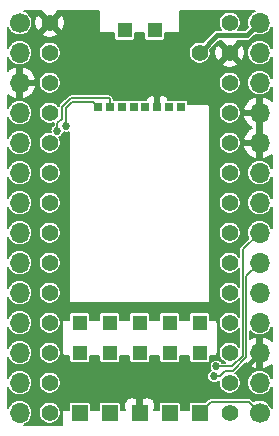
<source format=gbl>
G04 #@! TF.GenerationSoftware,KiCad,Pcbnew,(5.1.4)-1*
G04 #@! TF.CreationDate,2019-11-09T18:50:37+08:00*
G04 #@! TF.ProjectId,teensy4_header_breakout,7465656e-7379-4345-9f68-65616465725f,rev?*
G04 #@! TF.SameCoordinates,Original*
G04 #@! TF.FileFunction,Copper,L2,Bot*
G04 #@! TF.FilePolarity,Positive*
%FSLAX46Y46*%
G04 Gerber Fmt 4.6, Leading zero omitted, Abs format (unit mm)*
G04 Created by KiCad (PCBNEW (5.1.4)-1) date 2019-11-09 18:50:37*
%MOMM*%
%LPD*%
G04 APERTURE LIST*
%ADD10C,1.404000*%
%ADD11R,1.404000X1.404000*%
%ADD12R,1.304000X1.304000*%
%ADD13R,0.804000X0.804000*%
%ADD14O,1.700000X1.700000*%
%ADD15C,1.700000*%
%ADD16C,0.685800*%
%ADD17C,0.152400*%
%ADD18C,0.457200*%
G04 APERTURE END LIST*
D10*
X152400000Y-111760000D03*
X167640000Y-81280000D03*
X165100000Y-83820000D03*
X167640000Y-83820000D03*
X167640000Y-86360000D03*
X167640000Y-88900000D03*
X167640000Y-91440000D03*
X167640000Y-93980000D03*
X167640000Y-96520000D03*
X167640000Y-99060000D03*
X167640000Y-101600000D03*
X167640000Y-104140000D03*
X167640000Y-106680000D03*
X167640000Y-109220000D03*
X167640000Y-111760000D03*
X167640000Y-114300000D03*
D11*
X165100000Y-114300000D03*
X162560000Y-114300000D03*
X160020000Y-114300000D03*
X157480000Y-114300000D03*
X154940000Y-114300000D03*
D10*
X152400000Y-114300000D03*
X152400000Y-109220000D03*
X152400000Y-106680000D03*
X152400000Y-104140000D03*
X152400000Y-101600000D03*
X152400000Y-99060000D03*
X152400000Y-96520000D03*
X152400000Y-93980000D03*
X152400000Y-91440000D03*
X152400000Y-88900000D03*
X152400000Y-86360000D03*
D12*
X158750000Y-81915000D03*
X161290000Y-81915000D03*
D13*
X156520000Y-88418400D03*
X157520000Y-88418400D03*
X158520000Y-88418400D03*
X159520000Y-88418400D03*
X160520000Y-88418400D03*
X161520000Y-88418400D03*
X162520000Y-88418400D03*
X163520000Y-88418400D03*
D12*
X154940000Y-106680000D03*
X154940000Y-109220000D03*
X157480000Y-106680000D03*
X157480000Y-109220000D03*
X160020000Y-106680000D03*
X160020000Y-109220000D03*
X162560000Y-106680000D03*
X162560000Y-109220000D03*
X165100000Y-106680000D03*
X165100000Y-109220000D03*
D10*
X152400000Y-83820000D03*
X152400000Y-81280000D03*
D14*
X170180000Y-81280000D03*
X170180000Y-83820000D03*
X170180000Y-86360000D03*
X170180000Y-88900000D03*
X170180000Y-91440000D03*
X170180000Y-93980000D03*
X170180000Y-96520000D03*
X170180000Y-99060000D03*
X170180000Y-101600000D03*
X170180000Y-104140000D03*
X170180000Y-106680000D03*
X170180000Y-109220000D03*
X170180000Y-111760000D03*
D15*
X170180000Y-114300000D03*
D14*
X149860000Y-114300000D03*
X149860000Y-111760000D03*
X149860000Y-109220000D03*
X149860000Y-106680000D03*
X149860000Y-104140000D03*
X149860000Y-101600000D03*
X149860000Y-99060000D03*
X149860000Y-96520000D03*
X149860000Y-93980000D03*
X149860000Y-91440000D03*
X149860000Y-88900000D03*
X149860000Y-86360000D03*
X149860000Y-83820000D03*
D15*
X149860000Y-81280000D03*
D16*
X153047383Y-90432813D03*
X153784690Y-90025336D03*
X166316146Y-111220054D03*
X166522400Y-110388400D03*
D17*
X153047383Y-89947880D02*
X153047383Y-90432813D01*
X153441400Y-89394792D02*
X153047383Y-89788809D01*
X153047383Y-89788809D02*
X153047383Y-89947880D01*
X157520000Y-88138390D02*
X157520000Y-87746200D01*
X157520000Y-87746200D02*
X157429200Y-87655400D01*
X157429200Y-87655400D02*
X154203400Y-87655400D01*
X153441400Y-88417400D02*
X153441400Y-89394792D01*
X154203400Y-87655400D02*
X153441400Y-88417400D01*
X153784700Y-88505166D02*
X153784700Y-89941448D01*
X156239990Y-88138390D02*
X156070999Y-87969399D01*
X154320467Y-87969399D02*
X153784700Y-88505166D01*
X153784700Y-90025326D02*
X153784690Y-90025336D01*
X153784700Y-89941448D02*
X153784700Y-90025326D01*
X156070999Y-87969399D02*
X154320467Y-87969399D01*
D18*
X166556999Y-82363001D02*
X165100000Y-83820000D01*
X169096999Y-82363001D02*
X166556999Y-82363001D01*
X170180000Y-81280000D02*
X169096999Y-82363001D01*
D17*
X166801079Y-111220054D02*
X166316146Y-111220054D01*
X167289832Y-110731301D02*
X166801079Y-111220054D01*
X167937056Y-110731301D02*
X167289832Y-110731301D01*
X170180000Y-101600000D02*
X169062411Y-102717589D01*
X169062411Y-109605946D02*
X167937056Y-110731301D01*
X169062411Y-102717589D02*
X169062411Y-109605946D01*
X170180000Y-99060000D02*
X168757600Y-100482400D01*
X168757600Y-109479690D02*
X167848890Y-110388400D01*
X167007333Y-110388400D02*
X166522400Y-110388400D01*
X168757600Y-100482400D02*
X168757600Y-109479690D01*
X167848890Y-110388400D02*
X167007333Y-110388400D01*
X166030601Y-113369399D02*
X165353610Y-114046390D01*
X169249399Y-113369399D02*
X166030601Y-113369399D01*
X170180000Y-114300000D02*
X169249399Y-113369399D01*
D18*
X160020000Y-113182400D02*
X160020000Y-113106200D01*
X170180000Y-109220000D02*
X168910000Y-110490000D01*
X160020000Y-113182400D02*
X160020000Y-113893990D01*
D17*
G36*
X151724924Y-80353477D02*
G01*
X152400000Y-81028553D01*
X153075076Y-80353477D01*
X153047110Y-80263600D01*
X156591401Y-80263600D01*
X156591400Y-81902541D01*
X156590173Y-81915000D01*
X156595069Y-81964714D01*
X156609571Y-82012518D01*
X156623270Y-82038148D01*
X156633119Y-82056574D01*
X156664810Y-82095190D01*
X156703426Y-82126881D01*
X156747482Y-82150429D01*
X156795286Y-82164931D01*
X156845000Y-82169827D01*
X156857459Y-82168600D01*
X157868294Y-82168600D01*
X157868294Y-82567000D01*
X157872708Y-82611813D01*
X157885779Y-82654905D01*
X157907006Y-82694618D01*
X157935573Y-82729427D01*
X157970382Y-82757994D01*
X158010095Y-82779221D01*
X158053187Y-82792292D01*
X158098000Y-82796706D01*
X159402000Y-82796706D01*
X159446813Y-82792292D01*
X159489905Y-82779221D01*
X159529618Y-82757994D01*
X159564427Y-82729427D01*
X159592994Y-82694618D01*
X159614221Y-82654905D01*
X159627292Y-82611813D01*
X159631706Y-82567000D01*
X159631706Y-82168600D01*
X160408294Y-82168600D01*
X160408294Y-82567000D01*
X160412708Y-82611813D01*
X160425779Y-82654905D01*
X160447006Y-82694618D01*
X160475573Y-82729427D01*
X160510382Y-82757994D01*
X160550095Y-82779221D01*
X160593187Y-82792292D01*
X160638000Y-82796706D01*
X161942000Y-82796706D01*
X161986813Y-82792292D01*
X162029905Y-82779221D01*
X162069618Y-82757994D01*
X162104427Y-82729427D01*
X162132994Y-82694618D01*
X162154221Y-82654905D01*
X162167292Y-82611813D01*
X162171706Y-82567000D01*
X162171706Y-82168600D01*
X163182541Y-82168600D01*
X163195000Y-82169827D01*
X163244714Y-82164931D01*
X163292518Y-82150429D01*
X163336574Y-82126881D01*
X163375190Y-82095190D01*
X163406881Y-82056574D01*
X163430429Y-82012518D01*
X163444931Y-81964714D01*
X163448600Y-81927459D01*
X163448600Y-81927458D01*
X163449827Y-81915000D01*
X163448600Y-81902541D01*
X163448600Y-80263600D01*
X169814963Y-80263600D01*
X169765241Y-80278683D01*
X169577863Y-80378838D01*
X169413625Y-80513625D01*
X169278838Y-80677863D01*
X169178683Y-80865241D01*
X169117007Y-81068558D01*
X169096182Y-81280000D01*
X169117007Y-81491442D01*
X169164714Y-81648709D01*
X168907622Y-81905801D01*
X168330266Y-81905801D01*
X168362844Y-81873223D01*
X168464687Y-81720805D01*
X168534838Y-81551446D01*
X168570600Y-81371656D01*
X168570600Y-81188344D01*
X168534838Y-81008554D01*
X168464687Y-80839195D01*
X168362844Y-80686777D01*
X168233223Y-80557156D01*
X168080805Y-80455313D01*
X167911446Y-80385162D01*
X167731656Y-80349400D01*
X167548344Y-80349400D01*
X167368554Y-80385162D01*
X167199195Y-80455313D01*
X167046777Y-80557156D01*
X166917156Y-80686777D01*
X166815313Y-80839195D01*
X166745162Y-81008554D01*
X166709400Y-81188344D01*
X166709400Y-81371656D01*
X166745162Y-81551446D01*
X166815313Y-81720805D01*
X166917156Y-81873223D01*
X166949734Y-81905801D01*
X166579449Y-81905801D01*
X166556999Y-81903590D01*
X166534549Y-81905801D01*
X166534539Y-81905801D01*
X166467372Y-81912416D01*
X166401248Y-81932475D01*
X166381189Y-81938560D01*
X166301763Y-81981014D01*
X166249591Y-82023830D01*
X166249585Y-82023836D01*
X166232146Y-82038148D01*
X166217834Y-82055587D01*
X165352107Y-82921315D01*
X165191656Y-82889400D01*
X165008344Y-82889400D01*
X164828554Y-82925162D01*
X164659195Y-82995313D01*
X164506777Y-83097156D01*
X164377156Y-83226777D01*
X164275313Y-83379195D01*
X164205162Y-83548554D01*
X164169400Y-83728344D01*
X164169400Y-83911656D01*
X164205162Y-84091446D01*
X164275313Y-84260805D01*
X164377156Y-84413223D01*
X164506777Y-84542844D01*
X164659195Y-84644687D01*
X164828554Y-84714838D01*
X165008344Y-84750600D01*
X165191656Y-84750600D01*
X165212152Y-84746523D01*
X166964924Y-84746523D01*
X167031399Y-84960159D01*
X167265527Y-85056984D01*
X167514046Y-85106271D01*
X167767405Y-85106128D01*
X168015868Y-85056560D01*
X168248601Y-84960159D01*
X168315076Y-84746523D01*
X167640000Y-84071447D01*
X166964924Y-84746523D01*
X165212152Y-84746523D01*
X165371446Y-84714838D01*
X165540805Y-84644687D01*
X165693223Y-84542844D01*
X165822844Y-84413223D01*
X165924687Y-84260805D01*
X165994838Y-84091446D01*
X166030600Y-83911656D01*
X166030600Y-83728344D01*
X166023778Y-83694046D01*
X166353729Y-83694046D01*
X166353872Y-83947405D01*
X166403440Y-84195868D01*
X166499841Y-84428601D01*
X166713477Y-84495076D01*
X167388553Y-83820000D01*
X167891447Y-83820000D01*
X168566523Y-84495076D01*
X168780159Y-84428601D01*
X168876984Y-84194473D01*
X168926271Y-83945954D01*
X168926128Y-83692595D01*
X168876560Y-83444132D01*
X168780159Y-83211399D01*
X168566523Y-83144924D01*
X167891447Y-83820000D01*
X167388553Y-83820000D01*
X166713477Y-83144924D01*
X166499841Y-83211399D01*
X166403016Y-83445527D01*
X166353729Y-83694046D01*
X166023778Y-83694046D01*
X165998685Y-83567893D01*
X166746378Y-82820201D01*
X166987725Y-82820201D01*
X166964924Y-82893477D01*
X167640000Y-83568553D01*
X168315076Y-82893477D01*
X168292275Y-82820201D01*
X169074549Y-82820201D01*
X169096999Y-82822412D01*
X169119449Y-82820201D01*
X169119459Y-82820201D01*
X169186626Y-82813586D01*
X169272808Y-82787442D01*
X169352235Y-82744988D01*
X169421852Y-82687854D01*
X169436173Y-82670404D01*
X169811291Y-82295286D01*
X169968558Y-82342993D01*
X170127020Y-82358600D01*
X170232980Y-82358600D01*
X170391442Y-82342993D01*
X170594759Y-82281317D01*
X170782137Y-82181162D01*
X170946375Y-82046375D01*
X171081162Y-81882137D01*
X171181317Y-81694759D01*
X171196400Y-81645037D01*
X171196400Y-83454963D01*
X171181317Y-83405241D01*
X171081162Y-83217863D01*
X170946375Y-83053625D01*
X170782137Y-82918838D01*
X170594759Y-82818683D01*
X170391442Y-82757007D01*
X170232980Y-82741400D01*
X170127020Y-82741400D01*
X169968558Y-82757007D01*
X169765241Y-82818683D01*
X169577863Y-82918838D01*
X169413625Y-83053625D01*
X169278838Y-83217863D01*
X169178683Y-83405241D01*
X169117007Y-83608558D01*
X169096182Y-83820000D01*
X169117007Y-84031442D01*
X169178683Y-84234759D01*
X169278838Y-84422137D01*
X169413625Y-84586375D01*
X169577863Y-84721162D01*
X169765241Y-84821317D01*
X169968558Y-84882993D01*
X170127020Y-84898600D01*
X170232980Y-84898600D01*
X170391442Y-84882993D01*
X170594759Y-84821317D01*
X170782137Y-84721162D01*
X170946375Y-84586375D01*
X171081162Y-84422137D01*
X171181317Y-84234759D01*
X171196400Y-84185037D01*
X171196400Y-85994963D01*
X171181317Y-85945241D01*
X171081162Y-85757863D01*
X170946375Y-85593625D01*
X170782137Y-85458838D01*
X170594759Y-85358683D01*
X170391442Y-85297007D01*
X170232980Y-85281400D01*
X170127020Y-85281400D01*
X169968558Y-85297007D01*
X169765241Y-85358683D01*
X169577863Y-85458838D01*
X169413625Y-85593625D01*
X169278838Y-85757863D01*
X169178683Y-85945241D01*
X169117007Y-86148558D01*
X169096182Y-86360000D01*
X169117007Y-86571442D01*
X169178683Y-86774759D01*
X169278838Y-86962137D01*
X169413625Y-87126375D01*
X169577863Y-87261162D01*
X169765241Y-87361317D01*
X169968558Y-87422993D01*
X170127020Y-87438600D01*
X170232980Y-87438600D01*
X170391442Y-87422993D01*
X170594759Y-87361317D01*
X170782137Y-87261162D01*
X170946375Y-87126375D01*
X171081162Y-86962137D01*
X171181317Y-86774759D01*
X171196400Y-86725037D01*
X171196400Y-87897534D01*
X171075190Y-87779471D01*
X170839385Y-87626359D01*
X170578240Y-87522192D01*
X170357800Y-87622907D01*
X170357800Y-88722200D01*
X170377800Y-88722200D01*
X170377800Y-89077800D01*
X170357800Y-89077800D01*
X170357800Y-91262200D01*
X170377800Y-91262200D01*
X170377800Y-91617800D01*
X170357800Y-91617800D01*
X170357800Y-92717093D01*
X170578240Y-92817808D01*
X170839385Y-92713641D01*
X171075190Y-92560529D01*
X171196400Y-92442466D01*
X171196400Y-93614963D01*
X171181317Y-93565241D01*
X171081162Y-93377863D01*
X170946375Y-93213625D01*
X170782137Y-93078838D01*
X170594759Y-92978683D01*
X170391442Y-92917007D01*
X170232980Y-92901400D01*
X170127020Y-92901400D01*
X169968558Y-92917007D01*
X169765241Y-92978683D01*
X169577863Y-93078838D01*
X169413625Y-93213625D01*
X169278838Y-93377863D01*
X169178683Y-93565241D01*
X169117007Y-93768558D01*
X169096182Y-93980000D01*
X169117007Y-94191442D01*
X169178683Y-94394759D01*
X169278838Y-94582137D01*
X169413625Y-94746375D01*
X169577863Y-94881162D01*
X169765241Y-94981317D01*
X169968558Y-95042993D01*
X170127020Y-95058600D01*
X170232980Y-95058600D01*
X170391442Y-95042993D01*
X170594759Y-94981317D01*
X170782137Y-94881162D01*
X170946375Y-94746375D01*
X171081162Y-94582137D01*
X171181317Y-94394759D01*
X171196400Y-94345037D01*
X171196400Y-96154963D01*
X171181317Y-96105241D01*
X171081162Y-95917863D01*
X170946375Y-95753625D01*
X170782137Y-95618838D01*
X170594759Y-95518683D01*
X170391442Y-95457007D01*
X170232980Y-95441400D01*
X170127020Y-95441400D01*
X169968558Y-95457007D01*
X169765241Y-95518683D01*
X169577863Y-95618838D01*
X169413625Y-95753625D01*
X169278838Y-95917863D01*
X169178683Y-96105241D01*
X169117007Y-96308558D01*
X169096182Y-96520000D01*
X169117007Y-96731442D01*
X169178683Y-96934759D01*
X169278838Y-97122137D01*
X169413625Y-97286375D01*
X169577863Y-97421162D01*
X169765241Y-97521317D01*
X169968558Y-97582993D01*
X170127020Y-97598600D01*
X170232980Y-97598600D01*
X170391442Y-97582993D01*
X170594759Y-97521317D01*
X170782137Y-97421162D01*
X170946375Y-97286375D01*
X171081162Y-97122137D01*
X171181317Y-96934759D01*
X171196400Y-96885037D01*
X171196401Y-98694963D01*
X171181317Y-98645241D01*
X171081162Y-98457863D01*
X170946375Y-98293625D01*
X170782137Y-98158838D01*
X170594759Y-98058683D01*
X170391442Y-97997007D01*
X170232980Y-97981400D01*
X170127020Y-97981400D01*
X169968558Y-97997007D01*
X169765241Y-98058683D01*
X169577863Y-98158838D01*
X169413625Y-98293625D01*
X169278838Y-98457863D01*
X169178683Y-98645241D01*
X169117007Y-98848558D01*
X169096182Y-99060000D01*
X169117007Y-99271442D01*
X169178683Y-99474759D01*
X169232850Y-99576099D01*
X168552661Y-100256288D01*
X168541032Y-100265832D01*
X168502942Y-100312244D01*
X168474640Y-100365195D01*
X168457211Y-100422650D01*
X168452800Y-100467435D01*
X168452800Y-100467442D01*
X168451327Y-100482400D01*
X168452800Y-100497358D01*
X168452800Y-101141405D01*
X168362844Y-101006777D01*
X168233223Y-100877156D01*
X168080805Y-100775313D01*
X167911446Y-100705162D01*
X167731656Y-100669400D01*
X167548344Y-100669400D01*
X167368554Y-100705162D01*
X167199195Y-100775313D01*
X167046777Y-100877156D01*
X166917156Y-101006777D01*
X166815313Y-101159195D01*
X166745162Y-101328554D01*
X166709400Y-101508344D01*
X166709400Y-101691656D01*
X166745162Y-101871446D01*
X166815313Y-102040805D01*
X166917156Y-102193223D01*
X167046777Y-102322844D01*
X167199195Y-102424687D01*
X167368554Y-102494838D01*
X167548344Y-102530600D01*
X167731656Y-102530600D01*
X167911446Y-102494838D01*
X168080805Y-102424687D01*
X168233223Y-102322844D01*
X168362844Y-102193223D01*
X168452800Y-102058595D01*
X168452800Y-103681405D01*
X168362844Y-103546777D01*
X168233223Y-103417156D01*
X168080805Y-103315313D01*
X167911446Y-103245162D01*
X167731656Y-103209400D01*
X167548344Y-103209400D01*
X167368554Y-103245162D01*
X167199195Y-103315313D01*
X167046777Y-103417156D01*
X166917156Y-103546777D01*
X166815313Y-103699195D01*
X166745162Y-103868554D01*
X166709400Y-104048344D01*
X166709400Y-104231656D01*
X166745162Y-104411446D01*
X166815313Y-104580805D01*
X166917156Y-104733223D01*
X167046777Y-104862844D01*
X167199195Y-104964687D01*
X167368554Y-105034838D01*
X167548344Y-105070600D01*
X167731656Y-105070600D01*
X167911446Y-105034838D01*
X168080805Y-104964687D01*
X168233223Y-104862844D01*
X168362844Y-104733223D01*
X168452800Y-104598594D01*
X168452801Y-106221406D01*
X168362844Y-106086777D01*
X168233223Y-105957156D01*
X168080805Y-105855313D01*
X167911446Y-105785162D01*
X167731656Y-105749400D01*
X167548344Y-105749400D01*
X167368554Y-105785162D01*
X167199195Y-105855313D01*
X167046777Y-105957156D01*
X166917156Y-106086777D01*
X166815313Y-106239195D01*
X166745162Y-106408554D01*
X166709400Y-106588344D01*
X166709400Y-106771656D01*
X166745162Y-106951446D01*
X166815313Y-107120805D01*
X166917156Y-107273223D01*
X167046777Y-107402844D01*
X167199195Y-107504687D01*
X167368554Y-107574838D01*
X167548344Y-107610600D01*
X167731656Y-107610600D01*
X167911446Y-107574838D01*
X168080805Y-107504687D01*
X168233223Y-107402844D01*
X168362844Y-107273223D01*
X168452801Y-107138594D01*
X168452801Y-108761406D01*
X168362844Y-108626777D01*
X168233223Y-108497156D01*
X168080805Y-108395313D01*
X167911446Y-108325162D01*
X167731656Y-108289400D01*
X167548344Y-108289400D01*
X167368554Y-108325162D01*
X167199195Y-108395313D01*
X167046777Y-108497156D01*
X166917156Y-108626777D01*
X166815313Y-108779195D01*
X166745162Y-108948554D01*
X166709400Y-109128344D01*
X166709400Y-109311656D01*
X166745162Y-109491446D01*
X166815313Y-109660805D01*
X166917156Y-109813223D01*
X167046777Y-109942844D01*
X167199195Y-110044687D01*
X167293139Y-110083600D01*
X167006077Y-110083600D01*
X166966313Y-110024090D01*
X166886710Y-109944487D01*
X166793107Y-109881943D01*
X166689100Y-109838863D01*
X166578688Y-109816900D01*
X166466112Y-109816900D01*
X166355700Y-109838863D01*
X166251693Y-109881943D01*
X166158090Y-109944487D01*
X166078487Y-110024090D01*
X166015943Y-110117693D01*
X165972863Y-110221700D01*
X165950900Y-110332112D01*
X165950900Y-110444688D01*
X165972863Y-110555100D01*
X166015943Y-110659107D01*
X166050854Y-110711354D01*
X166045439Y-110713597D01*
X165951836Y-110776141D01*
X165872233Y-110855744D01*
X165809689Y-110949347D01*
X165766609Y-111053354D01*
X165744646Y-111163766D01*
X165744646Y-111276342D01*
X165766609Y-111386754D01*
X165809689Y-111490761D01*
X165872233Y-111584364D01*
X165951836Y-111663967D01*
X166045439Y-111726511D01*
X166149446Y-111769591D01*
X166259858Y-111791554D01*
X166372434Y-111791554D01*
X166482846Y-111769591D01*
X166586853Y-111726511D01*
X166680456Y-111663967D01*
X166717674Y-111626749D01*
X166709400Y-111668344D01*
X166709400Y-111851656D01*
X166745162Y-112031446D01*
X166815313Y-112200805D01*
X166917156Y-112353223D01*
X167046777Y-112482844D01*
X167199195Y-112584687D01*
X167368554Y-112654838D01*
X167548344Y-112690600D01*
X167731656Y-112690600D01*
X167911446Y-112654838D01*
X168080805Y-112584687D01*
X168233223Y-112482844D01*
X168362844Y-112353223D01*
X168464687Y-112200805D01*
X168534838Y-112031446D01*
X168570600Y-111851656D01*
X168570600Y-111668344D01*
X168534838Y-111488554D01*
X168464687Y-111319195D01*
X168362844Y-111166777D01*
X168233223Y-111037156D01*
X168129378Y-110967768D01*
X168153624Y-110947869D01*
X168163168Y-110936240D01*
X169031120Y-110068289D01*
X169083406Y-110144355D01*
X169284810Y-110340529D01*
X169520615Y-110493641D01*
X169781760Y-110597808D01*
X170002200Y-110497093D01*
X170002200Y-109397800D01*
X169982200Y-109397800D01*
X169982200Y-109042200D01*
X170002200Y-109042200D01*
X170002200Y-107942907D01*
X169781760Y-107842192D01*
X169520615Y-107946359D01*
X169367211Y-108045967D01*
X169367211Y-107389820D01*
X169413625Y-107446375D01*
X169577863Y-107581162D01*
X169765241Y-107681317D01*
X169968558Y-107742993D01*
X170127020Y-107758600D01*
X170232980Y-107758600D01*
X170391442Y-107742993D01*
X170594759Y-107681317D01*
X170782137Y-107581162D01*
X170946375Y-107446375D01*
X171081162Y-107282137D01*
X171181317Y-107094759D01*
X171196401Y-107045035D01*
X171196401Y-108217534D01*
X171075190Y-108099471D01*
X170839385Y-107946359D01*
X170578240Y-107842192D01*
X170357800Y-107942907D01*
X170357800Y-109042200D01*
X170377800Y-109042200D01*
X170377800Y-109397800D01*
X170357800Y-109397800D01*
X170357800Y-110497093D01*
X170578240Y-110597808D01*
X170839385Y-110493641D01*
X171075190Y-110340529D01*
X171196401Y-110222466D01*
X171196401Y-111394966D01*
X171181317Y-111345241D01*
X171081162Y-111157863D01*
X170946375Y-110993625D01*
X170782137Y-110858838D01*
X170594759Y-110758683D01*
X170391442Y-110697007D01*
X170232980Y-110681400D01*
X170127020Y-110681400D01*
X169968558Y-110697007D01*
X169765241Y-110758683D01*
X169577863Y-110858838D01*
X169413625Y-110993625D01*
X169278838Y-111157863D01*
X169178683Y-111345241D01*
X169117007Y-111548558D01*
X169096182Y-111760000D01*
X169117007Y-111971442D01*
X169178683Y-112174759D01*
X169278838Y-112362137D01*
X169413625Y-112526375D01*
X169577863Y-112661162D01*
X169765241Y-112761317D01*
X169968558Y-112822993D01*
X170127020Y-112838600D01*
X170232980Y-112838600D01*
X170391442Y-112822993D01*
X170594759Y-112761317D01*
X170782137Y-112661162D01*
X170946375Y-112526375D01*
X171081162Y-112362137D01*
X171181317Y-112174759D01*
X171196401Y-112125034D01*
X171196401Y-113935291D01*
X171135843Y-113789091D01*
X171017803Y-113612433D01*
X170867567Y-113462197D01*
X170690909Y-113344157D01*
X170494616Y-113262850D01*
X170286233Y-113221400D01*
X170073767Y-113221400D01*
X169865384Y-113262850D01*
X169669091Y-113344157D01*
X169660769Y-113349718D01*
X169475511Y-113164460D01*
X169465967Y-113152831D01*
X169419556Y-113114741D01*
X169366605Y-113086439D01*
X169309150Y-113069010D01*
X169264365Y-113064599D01*
X169264357Y-113064599D01*
X169249399Y-113063126D01*
X169234441Y-113064599D01*
X166045559Y-113064599D01*
X166030601Y-113063126D01*
X166015643Y-113064599D01*
X166015635Y-113064599D01*
X165976004Y-113068502D01*
X165970849Y-113069010D01*
X165913395Y-113086439D01*
X165860444Y-113114741D01*
X165814033Y-113152831D01*
X165804493Y-113164455D01*
X165600654Y-113368294D01*
X164398000Y-113368294D01*
X164353187Y-113372708D01*
X164310095Y-113385779D01*
X164270382Y-113407006D01*
X164235573Y-113435573D01*
X164207006Y-113470382D01*
X164185779Y-113510095D01*
X164172708Y-113553187D01*
X164168294Y-113598000D01*
X164168294Y-114046400D01*
X163491706Y-114046400D01*
X163491706Y-113598000D01*
X163487292Y-113553187D01*
X163474221Y-113510095D01*
X163452994Y-113470382D01*
X163424427Y-113435573D01*
X163389618Y-113407006D01*
X163349905Y-113385779D01*
X163306813Y-113372708D01*
X163262000Y-113368294D01*
X161858000Y-113368294D01*
X161813187Y-113372708D01*
X161770095Y-113385779D01*
X161730382Y-113407006D01*
X161695573Y-113435573D01*
X161667006Y-113470382D01*
X161645779Y-113510095D01*
X161632708Y-113553187D01*
X161628294Y-113598000D01*
X161628294Y-114046400D01*
X161235950Y-114046400D01*
X161306200Y-113976150D01*
X161309027Y-113598000D01*
X161297747Y-113483477D01*
X161264342Y-113373354D01*
X161210095Y-113271865D01*
X161137091Y-113182909D01*
X161048135Y-113109905D01*
X160946646Y-113055658D01*
X160836523Y-113022253D01*
X160722000Y-113010973D01*
X160343850Y-113013800D01*
X160197800Y-113159850D01*
X160197800Y-114046400D01*
X159842200Y-114046400D01*
X159842200Y-113159850D01*
X159696150Y-113013800D01*
X159318000Y-113010973D01*
X159203477Y-113022253D01*
X159093354Y-113055658D01*
X158991865Y-113109905D01*
X158902909Y-113182909D01*
X158829905Y-113271865D01*
X158775658Y-113373354D01*
X158742253Y-113483477D01*
X158730973Y-113598000D01*
X158733800Y-113976150D01*
X158804050Y-114046400D01*
X158411706Y-114046400D01*
X158411706Y-113598000D01*
X158407292Y-113553187D01*
X158394221Y-113510095D01*
X158372994Y-113470382D01*
X158344427Y-113435573D01*
X158309618Y-113407006D01*
X158269905Y-113385779D01*
X158226813Y-113372708D01*
X158182000Y-113368294D01*
X156778000Y-113368294D01*
X156733187Y-113372708D01*
X156690095Y-113385779D01*
X156650382Y-113407006D01*
X156615573Y-113435573D01*
X156587006Y-113470382D01*
X156565779Y-113510095D01*
X156552708Y-113553187D01*
X156548294Y-113598000D01*
X156548294Y-114046400D01*
X155871706Y-114046400D01*
X155871706Y-113598000D01*
X155867292Y-113553187D01*
X155854221Y-113510095D01*
X155832994Y-113470382D01*
X155804427Y-113435573D01*
X155769618Y-113407006D01*
X155729905Y-113385779D01*
X155686813Y-113372708D01*
X155642000Y-113368294D01*
X154238000Y-113368294D01*
X154193187Y-113372708D01*
X154150095Y-113385779D01*
X154110382Y-113407006D01*
X154075573Y-113435573D01*
X154047006Y-113470382D01*
X154025779Y-113510095D01*
X154012708Y-113553187D01*
X154008294Y-113598000D01*
X154008294Y-114046400D01*
X153682459Y-114046400D01*
X153670000Y-114045173D01*
X153657541Y-114046400D01*
X153620286Y-114050069D01*
X153572482Y-114064571D01*
X153528426Y-114088119D01*
X153489810Y-114119810D01*
X153458119Y-114158426D01*
X153434571Y-114202482D01*
X153420069Y-114250286D01*
X153415173Y-114300000D01*
X153416400Y-114312459D01*
X153416401Y-115316400D01*
X150225037Y-115316400D01*
X150274759Y-115301317D01*
X150462137Y-115201162D01*
X150626375Y-115066375D01*
X150761162Y-114902137D01*
X150861317Y-114714759D01*
X150922993Y-114511442D01*
X150943818Y-114300000D01*
X150934791Y-114208344D01*
X151469400Y-114208344D01*
X151469400Y-114391656D01*
X151505162Y-114571446D01*
X151575313Y-114740805D01*
X151677156Y-114893223D01*
X151806777Y-115022844D01*
X151959195Y-115124687D01*
X152128554Y-115194838D01*
X152308344Y-115230600D01*
X152491656Y-115230600D01*
X152671446Y-115194838D01*
X152840805Y-115124687D01*
X152993223Y-115022844D01*
X153122844Y-114893223D01*
X153224687Y-114740805D01*
X153294838Y-114571446D01*
X153330600Y-114391656D01*
X153330600Y-114208344D01*
X153294838Y-114028554D01*
X153224687Y-113859195D01*
X153122844Y-113706777D01*
X152993223Y-113577156D01*
X152840805Y-113475313D01*
X152671446Y-113405162D01*
X152491656Y-113369400D01*
X152308344Y-113369400D01*
X152128554Y-113405162D01*
X151959195Y-113475313D01*
X151806777Y-113577156D01*
X151677156Y-113706777D01*
X151575313Y-113859195D01*
X151505162Y-114028554D01*
X151469400Y-114208344D01*
X150934791Y-114208344D01*
X150922993Y-114088558D01*
X150861317Y-113885241D01*
X150761162Y-113697863D01*
X150626375Y-113533625D01*
X150462137Y-113398838D01*
X150274759Y-113298683D01*
X150071442Y-113237007D01*
X149912980Y-113221400D01*
X149807020Y-113221400D01*
X149648558Y-113237007D01*
X149445241Y-113298683D01*
X149257863Y-113398838D01*
X149093625Y-113533625D01*
X148958838Y-113697863D01*
X148858683Y-113885241D01*
X148843600Y-113934963D01*
X148843600Y-112125037D01*
X148858683Y-112174759D01*
X148958838Y-112362137D01*
X149093625Y-112526375D01*
X149257863Y-112661162D01*
X149445241Y-112761317D01*
X149648558Y-112822993D01*
X149807020Y-112838600D01*
X149912980Y-112838600D01*
X150071442Y-112822993D01*
X150274759Y-112761317D01*
X150462137Y-112661162D01*
X150626375Y-112526375D01*
X150761162Y-112362137D01*
X150861317Y-112174759D01*
X150922993Y-111971442D01*
X150943818Y-111760000D01*
X150934791Y-111668344D01*
X151469400Y-111668344D01*
X151469400Y-111851656D01*
X151505162Y-112031446D01*
X151575313Y-112200805D01*
X151677156Y-112353223D01*
X151806777Y-112482844D01*
X151959195Y-112584687D01*
X152128554Y-112654838D01*
X152308344Y-112690600D01*
X152491656Y-112690600D01*
X152671446Y-112654838D01*
X152840805Y-112584687D01*
X152993223Y-112482844D01*
X153122844Y-112353223D01*
X153224687Y-112200805D01*
X153294838Y-112031446D01*
X153330600Y-111851656D01*
X153330600Y-111668344D01*
X153294838Y-111488554D01*
X153224687Y-111319195D01*
X153122844Y-111166777D01*
X152993223Y-111037156D01*
X152840805Y-110935313D01*
X152671446Y-110865162D01*
X152491656Y-110829400D01*
X152308344Y-110829400D01*
X152128554Y-110865162D01*
X151959195Y-110935313D01*
X151806777Y-111037156D01*
X151677156Y-111166777D01*
X151575313Y-111319195D01*
X151505162Y-111488554D01*
X151469400Y-111668344D01*
X150934791Y-111668344D01*
X150922993Y-111548558D01*
X150861317Y-111345241D01*
X150761162Y-111157863D01*
X150626375Y-110993625D01*
X150462137Y-110858838D01*
X150274759Y-110758683D01*
X150071442Y-110697007D01*
X149912980Y-110681400D01*
X149807020Y-110681400D01*
X149648558Y-110697007D01*
X149445241Y-110758683D01*
X149257863Y-110858838D01*
X149093625Y-110993625D01*
X148958838Y-111157863D01*
X148858683Y-111345241D01*
X148843600Y-111394963D01*
X148843600Y-109585037D01*
X148858683Y-109634759D01*
X148958838Y-109822137D01*
X149093625Y-109986375D01*
X149257863Y-110121162D01*
X149445241Y-110221317D01*
X149648558Y-110282993D01*
X149807020Y-110298600D01*
X149912980Y-110298600D01*
X150071442Y-110282993D01*
X150274759Y-110221317D01*
X150462137Y-110121162D01*
X150626375Y-109986375D01*
X150761162Y-109822137D01*
X150861317Y-109634759D01*
X150922993Y-109431442D01*
X150943818Y-109220000D01*
X150934791Y-109128344D01*
X151469400Y-109128344D01*
X151469400Y-109311656D01*
X151505162Y-109491446D01*
X151575313Y-109660805D01*
X151677156Y-109813223D01*
X151806777Y-109942844D01*
X151959195Y-110044687D01*
X152128554Y-110114838D01*
X152308344Y-110150600D01*
X152491656Y-110150600D01*
X152671446Y-110114838D01*
X152840805Y-110044687D01*
X152993223Y-109942844D01*
X153122844Y-109813223D01*
X153224687Y-109660805D01*
X153294838Y-109491446D01*
X153330600Y-109311656D01*
X153330600Y-109128344D01*
X153294838Y-108948554D01*
X153224687Y-108779195D01*
X153122844Y-108626777D01*
X152993223Y-108497156D01*
X152840805Y-108395313D01*
X152671446Y-108325162D01*
X152491656Y-108289400D01*
X152308344Y-108289400D01*
X152128554Y-108325162D01*
X151959195Y-108395313D01*
X151806777Y-108497156D01*
X151677156Y-108626777D01*
X151575313Y-108779195D01*
X151505162Y-108948554D01*
X151469400Y-109128344D01*
X150934791Y-109128344D01*
X150922993Y-109008558D01*
X150861317Y-108805241D01*
X150761162Y-108617863D01*
X150626375Y-108453625D01*
X150462137Y-108318838D01*
X150274759Y-108218683D01*
X150071442Y-108157007D01*
X149912980Y-108141400D01*
X149807020Y-108141400D01*
X149648558Y-108157007D01*
X149445241Y-108218683D01*
X149257863Y-108318838D01*
X149093625Y-108453625D01*
X148958838Y-108617863D01*
X148858683Y-108805241D01*
X148843600Y-108854963D01*
X148843600Y-107045037D01*
X148858683Y-107094759D01*
X148958838Y-107282137D01*
X149093625Y-107446375D01*
X149257863Y-107581162D01*
X149445241Y-107681317D01*
X149648558Y-107742993D01*
X149807020Y-107758600D01*
X149912980Y-107758600D01*
X150071442Y-107742993D01*
X150274759Y-107681317D01*
X150462137Y-107581162D01*
X150626375Y-107446375D01*
X150761162Y-107282137D01*
X150861317Y-107094759D01*
X150922993Y-106891442D01*
X150943818Y-106680000D01*
X150934791Y-106588344D01*
X151469400Y-106588344D01*
X151469400Y-106771656D01*
X151505162Y-106951446D01*
X151575313Y-107120805D01*
X151677156Y-107273223D01*
X151806777Y-107402844D01*
X151959195Y-107504687D01*
X152128554Y-107574838D01*
X152308344Y-107610600D01*
X152491656Y-107610600D01*
X152671446Y-107574838D01*
X152840805Y-107504687D01*
X152993223Y-107402844D01*
X153122844Y-107273223D01*
X153224687Y-107120805D01*
X153294838Y-106951446D01*
X153330600Y-106771656D01*
X153330600Y-106680000D01*
X153415173Y-106680000D01*
X153416400Y-106692459D01*
X153416401Y-109207531D01*
X153415173Y-109220000D01*
X153420069Y-109269714D01*
X153434571Y-109317518D01*
X153458119Y-109361574D01*
X153489810Y-109400190D01*
X153528426Y-109431881D01*
X153572482Y-109455429D01*
X153620286Y-109469931D01*
X153657541Y-109473600D01*
X153670000Y-109474827D01*
X153682459Y-109473600D01*
X154058294Y-109473600D01*
X154058294Y-109872000D01*
X154062708Y-109916813D01*
X154075779Y-109959905D01*
X154097006Y-109999618D01*
X154125573Y-110034427D01*
X154160382Y-110062994D01*
X154200095Y-110084221D01*
X154243187Y-110097292D01*
X154288000Y-110101706D01*
X155592000Y-110101706D01*
X155636813Y-110097292D01*
X155679905Y-110084221D01*
X155719618Y-110062994D01*
X155754427Y-110034427D01*
X155782994Y-109999618D01*
X155804221Y-109959905D01*
X155817292Y-109916813D01*
X155821706Y-109872000D01*
X155821706Y-109473600D01*
X156598294Y-109473600D01*
X156598294Y-109872000D01*
X156602708Y-109916813D01*
X156615779Y-109959905D01*
X156637006Y-109999618D01*
X156665573Y-110034427D01*
X156700382Y-110062994D01*
X156740095Y-110084221D01*
X156783187Y-110097292D01*
X156828000Y-110101706D01*
X158132000Y-110101706D01*
X158176813Y-110097292D01*
X158219905Y-110084221D01*
X158259618Y-110062994D01*
X158294427Y-110034427D01*
X158322994Y-109999618D01*
X158344221Y-109959905D01*
X158357292Y-109916813D01*
X158361706Y-109872000D01*
X158361706Y-109473600D01*
X159138294Y-109473600D01*
X159138294Y-109872000D01*
X159142708Y-109916813D01*
X159155779Y-109959905D01*
X159177006Y-109999618D01*
X159205573Y-110034427D01*
X159240382Y-110062994D01*
X159280095Y-110084221D01*
X159323187Y-110097292D01*
X159368000Y-110101706D01*
X160672000Y-110101706D01*
X160716813Y-110097292D01*
X160759905Y-110084221D01*
X160799618Y-110062994D01*
X160834427Y-110034427D01*
X160862994Y-109999618D01*
X160884221Y-109959905D01*
X160897292Y-109916813D01*
X160901706Y-109872000D01*
X160901706Y-109473600D01*
X161678294Y-109473600D01*
X161678294Y-109872000D01*
X161682708Y-109916813D01*
X161695779Y-109959905D01*
X161717006Y-109999618D01*
X161745573Y-110034427D01*
X161780382Y-110062994D01*
X161820095Y-110084221D01*
X161863187Y-110097292D01*
X161908000Y-110101706D01*
X163212000Y-110101706D01*
X163256813Y-110097292D01*
X163299905Y-110084221D01*
X163339618Y-110062994D01*
X163374427Y-110034427D01*
X163402994Y-109999618D01*
X163424221Y-109959905D01*
X163437292Y-109916813D01*
X163441706Y-109872000D01*
X163441706Y-109473600D01*
X164218294Y-109473600D01*
X164218294Y-109872000D01*
X164222708Y-109916813D01*
X164235779Y-109959905D01*
X164257006Y-109999618D01*
X164285573Y-110034427D01*
X164320382Y-110062994D01*
X164360095Y-110084221D01*
X164403187Y-110097292D01*
X164448000Y-110101706D01*
X165752000Y-110101706D01*
X165796813Y-110097292D01*
X165839905Y-110084221D01*
X165879618Y-110062994D01*
X165914427Y-110034427D01*
X165942994Y-109999618D01*
X165964221Y-109959905D01*
X165977292Y-109916813D01*
X165981706Y-109872000D01*
X165981706Y-109473600D01*
X166357541Y-109473600D01*
X166370000Y-109474827D01*
X166382459Y-109473600D01*
X166419714Y-109469931D01*
X166467518Y-109455429D01*
X166511574Y-109431881D01*
X166550190Y-109400190D01*
X166581881Y-109361574D01*
X166605429Y-109317518D01*
X166619931Y-109269714D01*
X166624827Y-109220000D01*
X166623600Y-109207541D01*
X166623600Y-106692459D01*
X166624827Y-106680000D01*
X166619931Y-106630286D01*
X166605429Y-106582482D01*
X166581881Y-106538426D01*
X166550190Y-106499810D01*
X166511574Y-106468119D01*
X166467518Y-106444571D01*
X166419714Y-106430069D01*
X166382459Y-106426400D01*
X166370000Y-106425173D01*
X166357541Y-106426400D01*
X165981706Y-106426400D01*
X165981706Y-106028000D01*
X165977292Y-105983187D01*
X165964221Y-105940095D01*
X165942994Y-105900382D01*
X165914427Y-105865573D01*
X165879618Y-105837006D01*
X165839905Y-105815779D01*
X165796813Y-105802708D01*
X165752000Y-105798294D01*
X164448000Y-105798294D01*
X164403187Y-105802708D01*
X164360095Y-105815779D01*
X164320382Y-105837006D01*
X164285573Y-105865573D01*
X164257006Y-105900382D01*
X164235779Y-105940095D01*
X164222708Y-105983187D01*
X164218294Y-106028000D01*
X164218294Y-106426400D01*
X163441706Y-106426400D01*
X163441706Y-106028000D01*
X163437292Y-105983187D01*
X163424221Y-105940095D01*
X163402994Y-105900382D01*
X163374427Y-105865573D01*
X163339618Y-105837006D01*
X163299905Y-105815779D01*
X163256813Y-105802708D01*
X163212000Y-105798294D01*
X161908000Y-105798294D01*
X161863187Y-105802708D01*
X161820095Y-105815779D01*
X161780382Y-105837006D01*
X161745573Y-105865573D01*
X161717006Y-105900382D01*
X161695779Y-105940095D01*
X161682708Y-105983187D01*
X161678294Y-106028000D01*
X161678294Y-106426400D01*
X160901706Y-106426400D01*
X160901706Y-106028000D01*
X160897292Y-105983187D01*
X160884221Y-105940095D01*
X160862994Y-105900382D01*
X160834427Y-105865573D01*
X160799618Y-105837006D01*
X160759905Y-105815779D01*
X160716813Y-105802708D01*
X160672000Y-105798294D01*
X159368000Y-105798294D01*
X159323187Y-105802708D01*
X159280095Y-105815779D01*
X159240382Y-105837006D01*
X159205573Y-105865573D01*
X159177006Y-105900382D01*
X159155779Y-105940095D01*
X159142708Y-105983187D01*
X159138294Y-106028000D01*
X159138294Y-106426400D01*
X158361706Y-106426400D01*
X158361706Y-106028000D01*
X158357292Y-105983187D01*
X158344221Y-105940095D01*
X158322994Y-105900382D01*
X158294427Y-105865573D01*
X158259618Y-105837006D01*
X158219905Y-105815779D01*
X158176813Y-105802708D01*
X158132000Y-105798294D01*
X156828000Y-105798294D01*
X156783187Y-105802708D01*
X156740095Y-105815779D01*
X156700382Y-105837006D01*
X156665573Y-105865573D01*
X156637006Y-105900382D01*
X156615779Y-105940095D01*
X156602708Y-105983187D01*
X156598294Y-106028000D01*
X156598294Y-106426400D01*
X155821706Y-106426400D01*
X155821706Y-106028000D01*
X155817292Y-105983187D01*
X155804221Y-105940095D01*
X155782994Y-105900382D01*
X155754427Y-105865573D01*
X155719618Y-105837006D01*
X155679905Y-105815779D01*
X155636813Y-105802708D01*
X155592000Y-105798294D01*
X154288000Y-105798294D01*
X154243187Y-105802708D01*
X154200095Y-105815779D01*
X154160382Y-105837006D01*
X154125573Y-105865573D01*
X154097006Y-105900382D01*
X154075779Y-105940095D01*
X154062708Y-105983187D01*
X154058294Y-106028000D01*
X154058294Y-106426400D01*
X153682459Y-106426400D01*
X153670000Y-106425173D01*
X153657541Y-106426400D01*
X153620286Y-106430069D01*
X153572482Y-106444571D01*
X153528426Y-106468119D01*
X153489810Y-106499810D01*
X153458119Y-106538426D01*
X153434571Y-106582482D01*
X153420069Y-106630286D01*
X153415173Y-106680000D01*
X153330600Y-106680000D01*
X153330600Y-106588344D01*
X153294838Y-106408554D01*
X153224687Y-106239195D01*
X153122844Y-106086777D01*
X152993223Y-105957156D01*
X152840805Y-105855313D01*
X152671446Y-105785162D01*
X152491656Y-105749400D01*
X152308344Y-105749400D01*
X152128554Y-105785162D01*
X151959195Y-105855313D01*
X151806777Y-105957156D01*
X151677156Y-106086777D01*
X151575313Y-106239195D01*
X151505162Y-106408554D01*
X151469400Y-106588344D01*
X150934791Y-106588344D01*
X150922993Y-106468558D01*
X150861317Y-106265241D01*
X150761162Y-106077863D01*
X150626375Y-105913625D01*
X150462137Y-105778838D01*
X150274759Y-105678683D01*
X150071442Y-105617007D01*
X149912980Y-105601400D01*
X149807020Y-105601400D01*
X149648558Y-105617007D01*
X149445241Y-105678683D01*
X149257863Y-105778838D01*
X149093625Y-105913625D01*
X148958838Y-106077863D01*
X148858683Y-106265241D01*
X148843600Y-106314963D01*
X148843600Y-104505037D01*
X148858683Y-104554759D01*
X148958838Y-104742137D01*
X149093625Y-104906375D01*
X149257863Y-105041162D01*
X149445241Y-105141317D01*
X149648558Y-105202993D01*
X149807020Y-105218600D01*
X149912980Y-105218600D01*
X150071442Y-105202993D01*
X150274759Y-105141317D01*
X150462137Y-105041162D01*
X150626375Y-104906375D01*
X150761162Y-104742137D01*
X150861317Y-104554759D01*
X150922993Y-104351442D01*
X150943818Y-104140000D01*
X150934791Y-104048344D01*
X151469400Y-104048344D01*
X151469400Y-104231656D01*
X151505162Y-104411446D01*
X151575313Y-104580805D01*
X151677156Y-104733223D01*
X151806777Y-104862844D01*
X151959195Y-104964687D01*
X152128554Y-105034838D01*
X152308344Y-105070600D01*
X152491656Y-105070600D01*
X152671446Y-105034838D01*
X152840805Y-104964687D01*
X152993223Y-104862844D01*
X153122844Y-104733223D01*
X153224687Y-104580805D01*
X153294838Y-104411446D01*
X153330600Y-104231656D01*
X153330600Y-104048344D01*
X153294838Y-103868554D01*
X153224687Y-103699195D01*
X153122844Y-103546777D01*
X152993223Y-103417156D01*
X152840805Y-103315313D01*
X152671446Y-103245162D01*
X152491656Y-103209400D01*
X152308344Y-103209400D01*
X152128554Y-103245162D01*
X151959195Y-103315313D01*
X151806777Y-103417156D01*
X151677156Y-103546777D01*
X151575313Y-103699195D01*
X151505162Y-103868554D01*
X151469400Y-104048344D01*
X150934791Y-104048344D01*
X150922993Y-103928558D01*
X150861317Y-103725241D01*
X150761162Y-103537863D01*
X150626375Y-103373625D01*
X150462137Y-103238838D01*
X150274759Y-103138683D01*
X150071442Y-103077007D01*
X149912980Y-103061400D01*
X149807020Y-103061400D01*
X149648558Y-103077007D01*
X149445241Y-103138683D01*
X149257863Y-103238838D01*
X149093625Y-103373625D01*
X148958838Y-103537863D01*
X148858683Y-103725241D01*
X148843600Y-103774963D01*
X148843600Y-101965037D01*
X148858683Y-102014759D01*
X148958838Y-102202137D01*
X149093625Y-102366375D01*
X149257863Y-102501162D01*
X149445241Y-102601317D01*
X149648558Y-102662993D01*
X149807020Y-102678600D01*
X149912980Y-102678600D01*
X150071442Y-102662993D01*
X150274759Y-102601317D01*
X150462137Y-102501162D01*
X150626375Y-102366375D01*
X150761162Y-102202137D01*
X150861317Y-102014759D01*
X150922993Y-101811442D01*
X150943818Y-101600000D01*
X150934791Y-101508344D01*
X151469400Y-101508344D01*
X151469400Y-101691656D01*
X151505162Y-101871446D01*
X151575313Y-102040805D01*
X151677156Y-102193223D01*
X151806777Y-102322844D01*
X151959195Y-102424687D01*
X152128554Y-102494838D01*
X152308344Y-102530600D01*
X152491656Y-102530600D01*
X152671446Y-102494838D01*
X152840805Y-102424687D01*
X152993223Y-102322844D01*
X153122844Y-102193223D01*
X153224687Y-102040805D01*
X153294838Y-101871446D01*
X153330600Y-101691656D01*
X153330600Y-101508344D01*
X153294838Y-101328554D01*
X153224687Y-101159195D01*
X153122844Y-101006777D01*
X152993223Y-100877156D01*
X152840805Y-100775313D01*
X152671446Y-100705162D01*
X152491656Y-100669400D01*
X152308344Y-100669400D01*
X152128554Y-100705162D01*
X151959195Y-100775313D01*
X151806777Y-100877156D01*
X151677156Y-101006777D01*
X151575313Y-101159195D01*
X151505162Y-101328554D01*
X151469400Y-101508344D01*
X150934791Y-101508344D01*
X150922993Y-101388558D01*
X150861317Y-101185241D01*
X150761162Y-100997863D01*
X150626375Y-100833625D01*
X150462137Y-100698838D01*
X150274759Y-100598683D01*
X150071442Y-100537007D01*
X149912980Y-100521400D01*
X149807020Y-100521400D01*
X149648558Y-100537007D01*
X149445241Y-100598683D01*
X149257863Y-100698838D01*
X149093625Y-100833625D01*
X148958838Y-100997863D01*
X148858683Y-101185241D01*
X148843600Y-101234963D01*
X148843600Y-99425037D01*
X148858683Y-99474759D01*
X148958838Y-99662137D01*
X149093625Y-99826375D01*
X149257863Y-99961162D01*
X149445241Y-100061317D01*
X149648558Y-100122993D01*
X149807020Y-100138600D01*
X149912980Y-100138600D01*
X150071442Y-100122993D01*
X150274759Y-100061317D01*
X150462137Y-99961162D01*
X150626375Y-99826375D01*
X150761162Y-99662137D01*
X150861317Y-99474759D01*
X150922993Y-99271442D01*
X150943818Y-99060000D01*
X150934791Y-98968344D01*
X151469400Y-98968344D01*
X151469400Y-99151656D01*
X151505162Y-99331446D01*
X151575313Y-99500805D01*
X151677156Y-99653223D01*
X151806777Y-99782844D01*
X151959195Y-99884687D01*
X152128554Y-99954838D01*
X152308344Y-99990600D01*
X152491656Y-99990600D01*
X152671446Y-99954838D01*
X152840805Y-99884687D01*
X152993223Y-99782844D01*
X153122844Y-99653223D01*
X153224687Y-99500805D01*
X153294838Y-99331446D01*
X153330600Y-99151656D01*
X153330600Y-98968344D01*
X153294838Y-98788554D01*
X153224687Y-98619195D01*
X153122844Y-98466777D01*
X152993223Y-98337156D01*
X152840805Y-98235313D01*
X152671446Y-98165162D01*
X152491656Y-98129400D01*
X152308344Y-98129400D01*
X152128554Y-98165162D01*
X151959195Y-98235313D01*
X151806777Y-98337156D01*
X151677156Y-98466777D01*
X151575313Y-98619195D01*
X151505162Y-98788554D01*
X151469400Y-98968344D01*
X150934791Y-98968344D01*
X150922993Y-98848558D01*
X150861317Y-98645241D01*
X150761162Y-98457863D01*
X150626375Y-98293625D01*
X150462137Y-98158838D01*
X150274759Y-98058683D01*
X150071442Y-97997007D01*
X149912980Y-97981400D01*
X149807020Y-97981400D01*
X149648558Y-97997007D01*
X149445241Y-98058683D01*
X149257863Y-98158838D01*
X149093625Y-98293625D01*
X148958838Y-98457863D01*
X148858683Y-98645241D01*
X148843600Y-98694963D01*
X148843600Y-96885037D01*
X148858683Y-96934759D01*
X148958838Y-97122137D01*
X149093625Y-97286375D01*
X149257863Y-97421162D01*
X149445241Y-97521317D01*
X149648558Y-97582993D01*
X149807020Y-97598600D01*
X149912980Y-97598600D01*
X150071442Y-97582993D01*
X150274759Y-97521317D01*
X150462137Y-97421162D01*
X150626375Y-97286375D01*
X150761162Y-97122137D01*
X150861317Y-96934759D01*
X150922993Y-96731442D01*
X150943818Y-96520000D01*
X150934791Y-96428344D01*
X151469400Y-96428344D01*
X151469400Y-96611656D01*
X151505162Y-96791446D01*
X151575313Y-96960805D01*
X151677156Y-97113223D01*
X151806777Y-97242844D01*
X151959195Y-97344687D01*
X152128554Y-97414838D01*
X152308344Y-97450600D01*
X152491656Y-97450600D01*
X152671446Y-97414838D01*
X152840805Y-97344687D01*
X152993223Y-97242844D01*
X153122844Y-97113223D01*
X153224687Y-96960805D01*
X153294838Y-96791446D01*
X153330600Y-96611656D01*
X153330600Y-96428344D01*
X153294838Y-96248554D01*
X153224687Y-96079195D01*
X153122844Y-95926777D01*
X152993223Y-95797156D01*
X152840805Y-95695313D01*
X152671446Y-95625162D01*
X152491656Y-95589400D01*
X152308344Y-95589400D01*
X152128554Y-95625162D01*
X151959195Y-95695313D01*
X151806777Y-95797156D01*
X151677156Y-95926777D01*
X151575313Y-96079195D01*
X151505162Y-96248554D01*
X151469400Y-96428344D01*
X150934791Y-96428344D01*
X150922993Y-96308558D01*
X150861317Y-96105241D01*
X150761162Y-95917863D01*
X150626375Y-95753625D01*
X150462137Y-95618838D01*
X150274759Y-95518683D01*
X150071442Y-95457007D01*
X149912980Y-95441400D01*
X149807020Y-95441400D01*
X149648558Y-95457007D01*
X149445241Y-95518683D01*
X149257863Y-95618838D01*
X149093625Y-95753625D01*
X148958838Y-95917863D01*
X148858683Y-96105241D01*
X148843600Y-96154963D01*
X148843600Y-94345037D01*
X148858683Y-94394759D01*
X148958838Y-94582137D01*
X149093625Y-94746375D01*
X149257863Y-94881162D01*
X149445241Y-94981317D01*
X149648558Y-95042993D01*
X149807020Y-95058600D01*
X149912980Y-95058600D01*
X150071442Y-95042993D01*
X150274759Y-94981317D01*
X150462137Y-94881162D01*
X150626375Y-94746375D01*
X150761162Y-94582137D01*
X150861317Y-94394759D01*
X150922993Y-94191442D01*
X150943818Y-93980000D01*
X150934791Y-93888344D01*
X151469400Y-93888344D01*
X151469400Y-94071656D01*
X151505162Y-94251446D01*
X151575313Y-94420805D01*
X151677156Y-94573223D01*
X151806777Y-94702844D01*
X151959195Y-94804687D01*
X152128554Y-94874838D01*
X152308344Y-94910600D01*
X152491656Y-94910600D01*
X152671446Y-94874838D01*
X152840805Y-94804687D01*
X152993223Y-94702844D01*
X153122844Y-94573223D01*
X153224687Y-94420805D01*
X153294838Y-94251446D01*
X153330600Y-94071656D01*
X153330600Y-93888344D01*
X153294838Y-93708554D01*
X153224687Y-93539195D01*
X153122844Y-93386777D01*
X152993223Y-93257156D01*
X152840805Y-93155313D01*
X152671446Y-93085162D01*
X152491656Y-93049400D01*
X152308344Y-93049400D01*
X152128554Y-93085162D01*
X151959195Y-93155313D01*
X151806777Y-93257156D01*
X151677156Y-93386777D01*
X151575313Y-93539195D01*
X151505162Y-93708554D01*
X151469400Y-93888344D01*
X150934791Y-93888344D01*
X150922993Y-93768558D01*
X150861317Y-93565241D01*
X150761162Y-93377863D01*
X150626375Y-93213625D01*
X150462137Y-93078838D01*
X150274759Y-92978683D01*
X150071442Y-92917007D01*
X149912980Y-92901400D01*
X149807020Y-92901400D01*
X149648558Y-92917007D01*
X149445241Y-92978683D01*
X149257863Y-93078838D01*
X149093625Y-93213625D01*
X148958838Y-93377863D01*
X148858683Y-93565241D01*
X148843600Y-93614963D01*
X148843600Y-91805037D01*
X148858683Y-91854759D01*
X148958838Y-92042137D01*
X149093625Y-92206375D01*
X149257863Y-92341162D01*
X149445241Y-92441317D01*
X149648558Y-92502993D01*
X149807020Y-92518600D01*
X149912980Y-92518600D01*
X150071442Y-92502993D01*
X150274759Y-92441317D01*
X150462137Y-92341162D01*
X150626375Y-92206375D01*
X150761162Y-92042137D01*
X150861317Y-91854759D01*
X150922993Y-91651442D01*
X150943818Y-91440000D01*
X150922993Y-91228558D01*
X150861317Y-91025241D01*
X150761162Y-90837863D01*
X150626375Y-90673625D01*
X150462137Y-90538838D01*
X150274759Y-90438683D01*
X150071442Y-90377007D01*
X149912980Y-90361400D01*
X149807020Y-90361400D01*
X149648558Y-90377007D01*
X149445241Y-90438683D01*
X149257863Y-90538838D01*
X149093625Y-90673625D01*
X148958838Y-90837863D01*
X148858683Y-91025241D01*
X148843600Y-91074963D01*
X148843600Y-89265037D01*
X148858683Y-89314759D01*
X148958838Y-89502137D01*
X149093625Y-89666375D01*
X149257863Y-89801162D01*
X149445241Y-89901317D01*
X149648558Y-89962993D01*
X149807020Y-89978600D01*
X149912980Y-89978600D01*
X150071442Y-89962993D01*
X150274759Y-89901317D01*
X150462137Y-89801162D01*
X150626375Y-89666375D01*
X150761162Y-89502137D01*
X150861317Y-89314759D01*
X150922993Y-89111442D01*
X150943818Y-88900000D01*
X150934791Y-88808344D01*
X151469400Y-88808344D01*
X151469400Y-88991656D01*
X151505162Y-89171446D01*
X151575313Y-89340805D01*
X151677156Y-89493223D01*
X151806777Y-89622844D01*
X151959195Y-89724687D01*
X152128554Y-89794838D01*
X152308344Y-89830600D01*
X152491656Y-89830600D01*
X152671446Y-89794838D01*
X152743453Y-89765012D01*
X152742583Y-89773844D01*
X152742583Y-89773851D01*
X152741110Y-89788809D01*
X152742583Y-89803767D01*
X152742583Y-89949136D01*
X152683073Y-89988900D01*
X152603470Y-90068503D01*
X152540926Y-90162106D01*
X152497846Y-90266113D01*
X152475883Y-90376525D01*
X152475883Y-90489101D01*
X152479921Y-90509400D01*
X152308344Y-90509400D01*
X152128554Y-90545162D01*
X151959195Y-90615313D01*
X151806777Y-90717156D01*
X151677156Y-90846777D01*
X151575313Y-90999195D01*
X151505162Y-91168554D01*
X151469400Y-91348344D01*
X151469400Y-91531656D01*
X151505162Y-91711446D01*
X151575313Y-91880805D01*
X151677156Y-92033223D01*
X151806777Y-92162844D01*
X151959195Y-92264687D01*
X152128554Y-92334838D01*
X152308344Y-92370600D01*
X152491656Y-92370600D01*
X152671446Y-92334838D01*
X152840805Y-92264687D01*
X152993223Y-92162844D01*
X153122844Y-92033223D01*
X153224687Y-91880805D01*
X153294838Y-91711446D01*
X153330600Y-91531656D01*
X153330600Y-91348344D01*
X153294838Y-91168554D01*
X153224687Y-90999195D01*
X153213508Y-90982464D01*
X153214083Y-90982350D01*
X153318090Y-90939270D01*
X153411693Y-90876726D01*
X153491296Y-90797123D01*
X153553840Y-90703520D01*
X153596920Y-90599513D01*
X153603052Y-90568686D01*
X153617990Y-90574873D01*
X153728402Y-90596836D01*
X153840978Y-90596836D01*
X153951390Y-90574873D01*
X154051401Y-90533448D01*
X154051400Y-104762541D01*
X154050173Y-104775000D01*
X154055069Y-104824714D01*
X154069571Y-104872518D01*
X154087668Y-104906375D01*
X154093119Y-104916574D01*
X154124810Y-104955190D01*
X154163426Y-104986881D01*
X154207482Y-105010429D01*
X154255286Y-105024931D01*
X154305000Y-105029827D01*
X154317459Y-105028600D01*
X165722541Y-105028600D01*
X165735000Y-105029827D01*
X165784714Y-105024931D01*
X165832518Y-105010429D01*
X165876574Y-104986881D01*
X165915190Y-104955190D01*
X165946881Y-104916574D01*
X165970429Y-104872518D01*
X165984931Y-104824714D01*
X165988600Y-104787459D01*
X165988600Y-104787458D01*
X165989827Y-104775000D01*
X165988600Y-104762541D01*
X165988600Y-98968344D01*
X166709400Y-98968344D01*
X166709400Y-99151656D01*
X166745162Y-99331446D01*
X166815313Y-99500805D01*
X166917156Y-99653223D01*
X167046777Y-99782844D01*
X167199195Y-99884687D01*
X167368554Y-99954838D01*
X167548344Y-99990600D01*
X167731656Y-99990600D01*
X167911446Y-99954838D01*
X168080805Y-99884687D01*
X168233223Y-99782844D01*
X168362844Y-99653223D01*
X168464687Y-99500805D01*
X168534838Y-99331446D01*
X168570600Y-99151656D01*
X168570600Y-98968344D01*
X168534838Y-98788554D01*
X168464687Y-98619195D01*
X168362844Y-98466777D01*
X168233223Y-98337156D01*
X168080805Y-98235313D01*
X167911446Y-98165162D01*
X167731656Y-98129400D01*
X167548344Y-98129400D01*
X167368554Y-98165162D01*
X167199195Y-98235313D01*
X167046777Y-98337156D01*
X166917156Y-98466777D01*
X166815313Y-98619195D01*
X166745162Y-98788554D01*
X166709400Y-98968344D01*
X165988600Y-98968344D01*
X165988600Y-96428344D01*
X166709400Y-96428344D01*
X166709400Y-96611656D01*
X166745162Y-96791446D01*
X166815313Y-96960805D01*
X166917156Y-97113223D01*
X167046777Y-97242844D01*
X167199195Y-97344687D01*
X167368554Y-97414838D01*
X167548344Y-97450600D01*
X167731656Y-97450600D01*
X167911446Y-97414838D01*
X168080805Y-97344687D01*
X168233223Y-97242844D01*
X168362844Y-97113223D01*
X168464687Y-96960805D01*
X168534838Y-96791446D01*
X168570600Y-96611656D01*
X168570600Y-96428344D01*
X168534838Y-96248554D01*
X168464687Y-96079195D01*
X168362844Y-95926777D01*
X168233223Y-95797156D01*
X168080805Y-95695313D01*
X167911446Y-95625162D01*
X167731656Y-95589400D01*
X167548344Y-95589400D01*
X167368554Y-95625162D01*
X167199195Y-95695313D01*
X167046777Y-95797156D01*
X166917156Y-95926777D01*
X166815313Y-96079195D01*
X166745162Y-96248554D01*
X166709400Y-96428344D01*
X165988600Y-96428344D01*
X165988600Y-93888344D01*
X166709400Y-93888344D01*
X166709400Y-94071656D01*
X166745162Y-94251446D01*
X166815313Y-94420805D01*
X166917156Y-94573223D01*
X167046777Y-94702844D01*
X167199195Y-94804687D01*
X167368554Y-94874838D01*
X167548344Y-94910600D01*
X167731656Y-94910600D01*
X167911446Y-94874838D01*
X168080805Y-94804687D01*
X168233223Y-94702844D01*
X168362844Y-94573223D01*
X168464687Y-94420805D01*
X168534838Y-94251446D01*
X168570600Y-94071656D01*
X168570600Y-93888344D01*
X168534838Y-93708554D01*
X168464687Y-93539195D01*
X168362844Y-93386777D01*
X168233223Y-93257156D01*
X168080805Y-93155313D01*
X167911446Y-93085162D01*
X167731656Y-93049400D01*
X167548344Y-93049400D01*
X167368554Y-93085162D01*
X167199195Y-93155313D01*
X167046777Y-93257156D01*
X166917156Y-93386777D01*
X166815313Y-93539195D01*
X166745162Y-93708554D01*
X166709400Y-93888344D01*
X165988600Y-93888344D01*
X165988600Y-91348344D01*
X166709400Y-91348344D01*
X166709400Y-91531656D01*
X166745162Y-91711446D01*
X166815313Y-91880805D01*
X166917156Y-92033223D01*
X167046777Y-92162844D01*
X167199195Y-92264687D01*
X167368554Y-92334838D01*
X167548344Y-92370600D01*
X167731656Y-92370600D01*
X167911446Y-92334838D01*
X168080805Y-92264687D01*
X168233223Y-92162844D01*
X168362844Y-92033223D01*
X168464687Y-91880805D01*
X168482318Y-91838239D01*
X168802199Y-91838239D01*
X168813144Y-91874344D01*
X168924144Y-92132659D01*
X169083406Y-92364355D01*
X169284810Y-92560529D01*
X169520615Y-92713641D01*
X169781760Y-92817808D01*
X170002200Y-92717093D01*
X170002200Y-91617800D01*
X168904180Y-91617800D01*
X168802199Y-91838239D01*
X168482318Y-91838239D01*
X168534838Y-91711446D01*
X168570600Y-91531656D01*
X168570600Y-91348344D01*
X168534838Y-91168554D01*
X168464687Y-90999195D01*
X168362844Y-90846777D01*
X168233223Y-90717156D01*
X168080805Y-90615313D01*
X167911446Y-90545162D01*
X167731656Y-90509400D01*
X167548344Y-90509400D01*
X167368554Y-90545162D01*
X167199195Y-90615313D01*
X167046777Y-90717156D01*
X166917156Y-90846777D01*
X166815313Y-90999195D01*
X166745162Y-91168554D01*
X166709400Y-91348344D01*
X165988600Y-91348344D01*
X165988600Y-88808344D01*
X166709400Y-88808344D01*
X166709400Y-88991656D01*
X166745162Y-89171446D01*
X166815313Y-89340805D01*
X166917156Y-89493223D01*
X167046777Y-89622844D01*
X167199195Y-89724687D01*
X167368554Y-89794838D01*
X167548344Y-89830600D01*
X167731656Y-89830600D01*
X167911446Y-89794838D01*
X168080805Y-89724687D01*
X168233223Y-89622844D01*
X168362844Y-89493223D01*
X168464687Y-89340805D01*
X168482318Y-89298239D01*
X168802199Y-89298239D01*
X168813144Y-89334344D01*
X168924144Y-89592659D01*
X169083406Y-89824355D01*
X169284810Y-90020529D01*
X169515008Y-90170000D01*
X169284810Y-90319471D01*
X169083406Y-90515645D01*
X168924144Y-90747341D01*
X168813144Y-91005656D01*
X168802199Y-91041761D01*
X168904180Y-91262200D01*
X170002200Y-91262200D01*
X170002200Y-89077800D01*
X168904180Y-89077800D01*
X168802199Y-89298239D01*
X168482318Y-89298239D01*
X168534838Y-89171446D01*
X168570600Y-88991656D01*
X168570600Y-88808344D01*
X168534838Y-88628554D01*
X168482319Y-88501761D01*
X168802199Y-88501761D01*
X168904180Y-88722200D01*
X170002200Y-88722200D01*
X170002200Y-87622907D01*
X169781760Y-87522192D01*
X169520615Y-87626359D01*
X169284810Y-87779471D01*
X169083406Y-87975645D01*
X168924144Y-88207341D01*
X168813144Y-88465656D01*
X168802199Y-88501761D01*
X168482319Y-88501761D01*
X168464687Y-88459195D01*
X168362844Y-88306777D01*
X168233223Y-88177156D01*
X168080805Y-88075313D01*
X167911446Y-88005162D01*
X167731656Y-87969400D01*
X167548344Y-87969400D01*
X167368554Y-88005162D01*
X167199195Y-88075313D01*
X167046777Y-88177156D01*
X166917156Y-88306777D01*
X166815313Y-88459195D01*
X166745162Y-88628554D01*
X166709400Y-88808344D01*
X165988600Y-88808344D01*
X165988600Y-88429859D01*
X165989827Y-88417400D01*
X165984931Y-88367686D01*
X165970429Y-88319882D01*
X165946881Y-88275826D01*
X165915190Y-88237210D01*
X165876574Y-88205519D01*
X165832518Y-88181971D01*
X165784714Y-88167469D01*
X165747459Y-88163800D01*
X165735000Y-88162573D01*
X165722541Y-88163800D01*
X164151706Y-88163800D01*
X164151706Y-88016400D01*
X164147292Y-87971587D01*
X164134221Y-87928495D01*
X164112994Y-87888782D01*
X164084427Y-87853973D01*
X164049618Y-87825406D01*
X164009905Y-87804179D01*
X163966813Y-87791108D01*
X163922000Y-87786694D01*
X163118000Y-87786694D01*
X163073187Y-87791108D01*
X163030095Y-87804179D01*
X163020000Y-87809575D01*
X163009905Y-87804179D01*
X162966813Y-87791108D01*
X162922000Y-87786694D01*
X162461637Y-87786694D01*
X162410095Y-87690265D01*
X162337091Y-87601309D01*
X162248135Y-87528305D01*
X162146646Y-87474058D01*
X162036523Y-87440653D01*
X161922000Y-87429373D01*
X161843850Y-87432200D01*
X161697800Y-87578250D01*
X161697800Y-88163800D01*
X161342200Y-88163800D01*
X161342200Y-87578250D01*
X161196150Y-87432200D01*
X161118000Y-87429373D01*
X161003477Y-87440653D01*
X160893354Y-87474058D01*
X160791865Y-87528305D01*
X160702909Y-87601309D01*
X160629905Y-87690265D01*
X160578363Y-87786694D01*
X160118000Y-87786694D01*
X160073187Y-87791108D01*
X160030095Y-87804179D01*
X160020000Y-87809575D01*
X160009905Y-87804179D01*
X159966813Y-87791108D01*
X159922000Y-87786694D01*
X159118000Y-87786694D01*
X159073187Y-87791108D01*
X159030095Y-87804179D01*
X159020000Y-87809575D01*
X159009905Y-87804179D01*
X158966813Y-87791108D01*
X158922000Y-87786694D01*
X158118000Y-87786694D01*
X158073187Y-87791108D01*
X158030095Y-87804179D01*
X158020000Y-87809575D01*
X158009905Y-87804179D01*
X157966813Y-87791108D01*
X157922000Y-87786694D01*
X157824800Y-87786694D01*
X157824800Y-87761158D01*
X157826273Y-87746200D01*
X157824800Y-87731242D01*
X157824800Y-87731234D01*
X157820389Y-87686449D01*
X157802960Y-87628994D01*
X157774658Y-87576043D01*
X157736568Y-87529632D01*
X157724939Y-87520088D01*
X157655312Y-87450461D01*
X157645768Y-87438832D01*
X157599357Y-87400742D01*
X157546406Y-87372440D01*
X157488951Y-87355011D01*
X157444166Y-87350600D01*
X157444158Y-87350600D01*
X157429200Y-87349127D01*
X157414242Y-87350600D01*
X154218358Y-87350600D01*
X154203400Y-87349127D01*
X154188442Y-87350600D01*
X154188434Y-87350600D01*
X154148803Y-87354503D01*
X154143648Y-87355011D01*
X154122861Y-87361317D01*
X154086194Y-87372440D01*
X154033243Y-87400742D01*
X153986832Y-87438832D01*
X153977292Y-87450456D01*
X153236461Y-88191288D01*
X153224832Y-88200832D01*
X153186742Y-88247244D01*
X153164639Y-88288598D01*
X153158440Y-88300195D01*
X153145952Y-88341361D01*
X153122844Y-88306777D01*
X152993223Y-88177156D01*
X152840805Y-88075313D01*
X152671446Y-88005162D01*
X152491656Y-87969400D01*
X152308344Y-87969400D01*
X152128554Y-88005162D01*
X151959195Y-88075313D01*
X151806777Y-88177156D01*
X151677156Y-88306777D01*
X151575313Y-88459195D01*
X151505162Y-88628554D01*
X151469400Y-88808344D01*
X150934791Y-88808344D01*
X150922993Y-88688558D01*
X150861317Y-88485241D01*
X150761162Y-88297863D01*
X150626375Y-88133625D01*
X150462137Y-87998838D01*
X150274759Y-87898683D01*
X150071442Y-87837007D01*
X149912980Y-87821400D01*
X149807020Y-87821400D01*
X149648558Y-87837007D01*
X149445241Y-87898683D01*
X149257863Y-87998838D01*
X149093625Y-88133625D01*
X148958838Y-88297863D01*
X148858683Y-88485241D01*
X148843600Y-88534963D01*
X148843600Y-87362467D01*
X148964810Y-87480529D01*
X149200615Y-87633641D01*
X149461760Y-87737808D01*
X149682200Y-87637093D01*
X149682200Y-86537800D01*
X150037800Y-86537800D01*
X150037800Y-87637093D01*
X150258240Y-87737808D01*
X150519385Y-87633641D01*
X150755190Y-87480529D01*
X150956594Y-87284355D01*
X151115856Y-87052659D01*
X151226856Y-86794344D01*
X151237801Y-86758239D01*
X151135820Y-86537800D01*
X150037800Y-86537800D01*
X149682200Y-86537800D01*
X149662200Y-86537800D01*
X149662200Y-86268344D01*
X151469400Y-86268344D01*
X151469400Y-86451656D01*
X151505162Y-86631446D01*
X151575313Y-86800805D01*
X151677156Y-86953223D01*
X151806777Y-87082844D01*
X151959195Y-87184687D01*
X152128554Y-87254838D01*
X152308344Y-87290600D01*
X152491656Y-87290600D01*
X152671446Y-87254838D01*
X152840805Y-87184687D01*
X152993223Y-87082844D01*
X153122844Y-86953223D01*
X153224687Y-86800805D01*
X153294838Y-86631446D01*
X153330600Y-86451656D01*
X153330600Y-86268344D01*
X166709400Y-86268344D01*
X166709400Y-86451656D01*
X166745162Y-86631446D01*
X166815313Y-86800805D01*
X166917156Y-86953223D01*
X167046777Y-87082844D01*
X167199195Y-87184687D01*
X167368554Y-87254838D01*
X167548344Y-87290600D01*
X167731656Y-87290600D01*
X167911446Y-87254838D01*
X168080805Y-87184687D01*
X168233223Y-87082844D01*
X168362844Y-86953223D01*
X168464687Y-86800805D01*
X168534838Y-86631446D01*
X168570600Y-86451656D01*
X168570600Y-86268344D01*
X168534838Y-86088554D01*
X168464687Y-85919195D01*
X168362844Y-85766777D01*
X168233223Y-85637156D01*
X168080805Y-85535313D01*
X167911446Y-85465162D01*
X167731656Y-85429400D01*
X167548344Y-85429400D01*
X167368554Y-85465162D01*
X167199195Y-85535313D01*
X167046777Y-85637156D01*
X166917156Y-85766777D01*
X166815313Y-85919195D01*
X166745162Y-86088554D01*
X166709400Y-86268344D01*
X153330600Y-86268344D01*
X153294838Y-86088554D01*
X153224687Y-85919195D01*
X153122844Y-85766777D01*
X152993223Y-85637156D01*
X152840805Y-85535313D01*
X152671446Y-85465162D01*
X152491656Y-85429400D01*
X152308344Y-85429400D01*
X152128554Y-85465162D01*
X151959195Y-85535313D01*
X151806777Y-85637156D01*
X151677156Y-85766777D01*
X151575313Y-85919195D01*
X151505162Y-86088554D01*
X151469400Y-86268344D01*
X149662200Y-86268344D01*
X149662200Y-86182200D01*
X149682200Y-86182200D01*
X149682200Y-85082907D01*
X150037800Y-85082907D01*
X150037800Y-86182200D01*
X151135820Y-86182200D01*
X151237801Y-85961761D01*
X151226856Y-85925656D01*
X151115856Y-85667341D01*
X150956594Y-85435645D01*
X150755190Y-85239471D01*
X150519385Y-85086359D01*
X150258240Y-84982192D01*
X150037800Y-85082907D01*
X149682200Y-85082907D01*
X149461760Y-84982192D01*
X149200615Y-85086359D01*
X148964810Y-85239471D01*
X148843600Y-85357533D01*
X148843600Y-84185037D01*
X148858683Y-84234759D01*
X148958838Y-84422137D01*
X149093625Y-84586375D01*
X149257863Y-84721162D01*
X149445241Y-84821317D01*
X149648558Y-84882993D01*
X149807020Y-84898600D01*
X149912980Y-84898600D01*
X150071442Y-84882993D01*
X150274759Y-84821317D01*
X150462137Y-84721162D01*
X150626375Y-84586375D01*
X150761162Y-84422137D01*
X150861317Y-84234759D01*
X150922993Y-84031442D01*
X150943818Y-83820000D01*
X150934791Y-83728344D01*
X151469400Y-83728344D01*
X151469400Y-83911656D01*
X151505162Y-84091446D01*
X151575313Y-84260805D01*
X151677156Y-84413223D01*
X151806777Y-84542844D01*
X151959195Y-84644687D01*
X152128554Y-84714838D01*
X152308344Y-84750600D01*
X152491656Y-84750600D01*
X152671446Y-84714838D01*
X152840805Y-84644687D01*
X152993223Y-84542844D01*
X153122844Y-84413223D01*
X153224687Y-84260805D01*
X153294838Y-84091446D01*
X153330600Y-83911656D01*
X153330600Y-83728344D01*
X153294838Y-83548554D01*
X153224687Y-83379195D01*
X153122844Y-83226777D01*
X152993223Y-83097156D01*
X152840805Y-82995313D01*
X152671446Y-82925162D01*
X152491656Y-82889400D01*
X152308344Y-82889400D01*
X152128554Y-82925162D01*
X151959195Y-82995313D01*
X151806777Y-83097156D01*
X151677156Y-83226777D01*
X151575313Y-83379195D01*
X151505162Y-83548554D01*
X151469400Y-83728344D01*
X150934791Y-83728344D01*
X150922993Y-83608558D01*
X150861317Y-83405241D01*
X150761162Y-83217863D01*
X150626375Y-83053625D01*
X150462137Y-82918838D01*
X150274759Y-82818683D01*
X150071442Y-82757007D01*
X149912980Y-82741400D01*
X149807020Y-82741400D01*
X149648558Y-82757007D01*
X149445241Y-82818683D01*
X149257863Y-82918838D01*
X149093625Y-83053625D01*
X148958838Y-83217863D01*
X148858683Y-83405241D01*
X148843600Y-83454963D01*
X148843600Y-81644711D01*
X148904157Y-81790909D01*
X149022197Y-81967567D01*
X149172433Y-82117803D01*
X149349091Y-82235843D01*
X149545384Y-82317150D01*
X149753767Y-82358600D01*
X149966233Y-82358600D01*
X150174616Y-82317150D01*
X150370909Y-82235843D01*
X150414789Y-82206523D01*
X151724924Y-82206523D01*
X151791399Y-82420159D01*
X152025527Y-82516984D01*
X152274046Y-82566271D01*
X152527405Y-82566128D01*
X152775868Y-82516560D01*
X153008601Y-82420159D01*
X153075076Y-82206523D01*
X152400000Y-81531447D01*
X151724924Y-82206523D01*
X150414789Y-82206523D01*
X150547567Y-82117803D01*
X150697803Y-81967567D01*
X150815843Y-81790909D01*
X150897150Y-81594616D01*
X150938600Y-81386233D01*
X150938600Y-81173767D01*
X150934678Y-81154046D01*
X151113729Y-81154046D01*
X151113872Y-81407405D01*
X151163440Y-81655868D01*
X151259841Y-81888601D01*
X151473477Y-81955076D01*
X152148553Y-81280000D01*
X152651447Y-81280000D01*
X153326523Y-81955076D01*
X153540159Y-81888601D01*
X153636984Y-81654473D01*
X153686271Y-81405954D01*
X153686128Y-81152595D01*
X153636560Y-80904132D01*
X153540159Y-80671399D01*
X153326523Y-80604924D01*
X152651447Y-81280000D01*
X152148553Y-81280000D01*
X151473477Y-80604924D01*
X151259841Y-80671399D01*
X151163016Y-80905527D01*
X151113729Y-81154046D01*
X150934678Y-81154046D01*
X150897150Y-80965384D01*
X150815843Y-80769091D01*
X150697803Y-80592433D01*
X150547567Y-80442197D01*
X150370909Y-80324157D01*
X150224711Y-80263600D01*
X151752890Y-80263600D01*
X151724924Y-80353477D01*
X151724924Y-80353477D01*
G37*
X151724924Y-80353477D02*
X152400000Y-81028553D01*
X153075076Y-80353477D01*
X153047110Y-80263600D01*
X156591401Y-80263600D01*
X156591400Y-81902541D01*
X156590173Y-81915000D01*
X156595069Y-81964714D01*
X156609571Y-82012518D01*
X156623270Y-82038148D01*
X156633119Y-82056574D01*
X156664810Y-82095190D01*
X156703426Y-82126881D01*
X156747482Y-82150429D01*
X156795286Y-82164931D01*
X156845000Y-82169827D01*
X156857459Y-82168600D01*
X157868294Y-82168600D01*
X157868294Y-82567000D01*
X157872708Y-82611813D01*
X157885779Y-82654905D01*
X157907006Y-82694618D01*
X157935573Y-82729427D01*
X157970382Y-82757994D01*
X158010095Y-82779221D01*
X158053187Y-82792292D01*
X158098000Y-82796706D01*
X159402000Y-82796706D01*
X159446813Y-82792292D01*
X159489905Y-82779221D01*
X159529618Y-82757994D01*
X159564427Y-82729427D01*
X159592994Y-82694618D01*
X159614221Y-82654905D01*
X159627292Y-82611813D01*
X159631706Y-82567000D01*
X159631706Y-82168600D01*
X160408294Y-82168600D01*
X160408294Y-82567000D01*
X160412708Y-82611813D01*
X160425779Y-82654905D01*
X160447006Y-82694618D01*
X160475573Y-82729427D01*
X160510382Y-82757994D01*
X160550095Y-82779221D01*
X160593187Y-82792292D01*
X160638000Y-82796706D01*
X161942000Y-82796706D01*
X161986813Y-82792292D01*
X162029905Y-82779221D01*
X162069618Y-82757994D01*
X162104427Y-82729427D01*
X162132994Y-82694618D01*
X162154221Y-82654905D01*
X162167292Y-82611813D01*
X162171706Y-82567000D01*
X162171706Y-82168600D01*
X163182541Y-82168600D01*
X163195000Y-82169827D01*
X163244714Y-82164931D01*
X163292518Y-82150429D01*
X163336574Y-82126881D01*
X163375190Y-82095190D01*
X163406881Y-82056574D01*
X163430429Y-82012518D01*
X163444931Y-81964714D01*
X163448600Y-81927459D01*
X163448600Y-81927458D01*
X163449827Y-81915000D01*
X163448600Y-81902541D01*
X163448600Y-80263600D01*
X169814963Y-80263600D01*
X169765241Y-80278683D01*
X169577863Y-80378838D01*
X169413625Y-80513625D01*
X169278838Y-80677863D01*
X169178683Y-80865241D01*
X169117007Y-81068558D01*
X169096182Y-81280000D01*
X169117007Y-81491442D01*
X169164714Y-81648709D01*
X168907622Y-81905801D01*
X168330266Y-81905801D01*
X168362844Y-81873223D01*
X168464687Y-81720805D01*
X168534838Y-81551446D01*
X168570600Y-81371656D01*
X168570600Y-81188344D01*
X168534838Y-81008554D01*
X168464687Y-80839195D01*
X168362844Y-80686777D01*
X168233223Y-80557156D01*
X168080805Y-80455313D01*
X167911446Y-80385162D01*
X167731656Y-80349400D01*
X167548344Y-80349400D01*
X167368554Y-80385162D01*
X167199195Y-80455313D01*
X167046777Y-80557156D01*
X166917156Y-80686777D01*
X166815313Y-80839195D01*
X166745162Y-81008554D01*
X166709400Y-81188344D01*
X166709400Y-81371656D01*
X166745162Y-81551446D01*
X166815313Y-81720805D01*
X166917156Y-81873223D01*
X166949734Y-81905801D01*
X166579449Y-81905801D01*
X166556999Y-81903590D01*
X166534549Y-81905801D01*
X166534539Y-81905801D01*
X166467372Y-81912416D01*
X166401248Y-81932475D01*
X166381189Y-81938560D01*
X166301763Y-81981014D01*
X166249591Y-82023830D01*
X166249585Y-82023836D01*
X166232146Y-82038148D01*
X166217834Y-82055587D01*
X165352107Y-82921315D01*
X165191656Y-82889400D01*
X165008344Y-82889400D01*
X164828554Y-82925162D01*
X164659195Y-82995313D01*
X164506777Y-83097156D01*
X164377156Y-83226777D01*
X164275313Y-83379195D01*
X164205162Y-83548554D01*
X164169400Y-83728344D01*
X164169400Y-83911656D01*
X164205162Y-84091446D01*
X164275313Y-84260805D01*
X164377156Y-84413223D01*
X164506777Y-84542844D01*
X164659195Y-84644687D01*
X164828554Y-84714838D01*
X165008344Y-84750600D01*
X165191656Y-84750600D01*
X165212152Y-84746523D01*
X166964924Y-84746523D01*
X167031399Y-84960159D01*
X167265527Y-85056984D01*
X167514046Y-85106271D01*
X167767405Y-85106128D01*
X168015868Y-85056560D01*
X168248601Y-84960159D01*
X168315076Y-84746523D01*
X167640000Y-84071447D01*
X166964924Y-84746523D01*
X165212152Y-84746523D01*
X165371446Y-84714838D01*
X165540805Y-84644687D01*
X165693223Y-84542844D01*
X165822844Y-84413223D01*
X165924687Y-84260805D01*
X165994838Y-84091446D01*
X166030600Y-83911656D01*
X166030600Y-83728344D01*
X166023778Y-83694046D01*
X166353729Y-83694046D01*
X166353872Y-83947405D01*
X166403440Y-84195868D01*
X166499841Y-84428601D01*
X166713477Y-84495076D01*
X167388553Y-83820000D01*
X167891447Y-83820000D01*
X168566523Y-84495076D01*
X168780159Y-84428601D01*
X168876984Y-84194473D01*
X168926271Y-83945954D01*
X168926128Y-83692595D01*
X168876560Y-83444132D01*
X168780159Y-83211399D01*
X168566523Y-83144924D01*
X167891447Y-83820000D01*
X167388553Y-83820000D01*
X166713477Y-83144924D01*
X166499841Y-83211399D01*
X166403016Y-83445527D01*
X166353729Y-83694046D01*
X166023778Y-83694046D01*
X165998685Y-83567893D01*
X166746378Y-82820201D01*
X166987725Y-82820201D01*
X166964924Y-82893477D01*
X167640000Y-83568553D01*
X168315076Y-82893477D01*
X168292275Y-82820201D01*
X169074549Y-82820201D01*
X169096999Y-82822412D01*
X169119449Y-82820201D01*
X169119459Y-82820201D01*
X169186626Y-82813586D01*
X169272808Y-82787442D01*
X169352235Y-82744988D01*
X169421852Y-82687854D01*
X169436173Y-82670404D01*
X169811291Y-82295286D01*
X169968558Y-82342993D01*
X170127020Y-82358600D01*
X170232980Y-82358600D01*
X170391442Y-82342993D01*
X170594759Y-82281317D01*
X170782137Y-82181162D01*
X170946375Y-82046375D01*
X171081162Y-81882137D01*
X171181317Y-81694759D01*
X171196400Y-81645037D01*
X171196400Y-83454963D01*
X171181317Y-83405241D01*
X171081162Y-83217863D01*
X170946375Y-83053625D01*
X170782137Y-82918838D01*
X170594759Y-82818683D01*
X170391442Y-82757007D01*
X170232980Y-82741400D01*
X170127020Y-82741400D01*
X169968558Y-82757007D01*
X169765241Y-82818683D01*
X169577863Y-82918838D01*
X169413625Y-83053625D01*
X169278838Y-83217863D01*
X169178683Y-83405241D01*
X169117007Y-83608558D01*
X169096182Y-83820000D01*
X169117007Y-84031442D01*
X169178683Y-84234759D01*
X169278838Y-84422137D01*
X169413625Y-84586375D01*
X169577863Y-84721162D01*
X169765241Y-84821317D01*
X169968558Y-84882993D01*
X170127020Y-84898600D01*
X170232980Y-84898600D01*
X170391442Y-84882993D01*
X170594759Y-84821317D01*
X170782137Y-84721162D01*
X170946375Y-84586375D01*
X171081162Y-84422137D01*
X171181317Y-84234759D01*
X171196400Y-84185037D01*
X171196400Y-85994963D01*
X171181317Y-85945241D01*
X171081162Y-85757863D01*
X170946375Y-85593625D01*
X170782137Y-85458838D01*
X170594759Y-85358683D01*
X170391442Y-85297007D01*
X170232980Y-85281400D01*
X170127020Y-85281400D01*
X169968558Y-85297007D01*
X169765241Y-85358683D01*
X169577863Y-85458838D01*
X169413625Y-85593625D01*
X169278838Y-85757863D01*
X169178683Y-85945241D01*
X169117007Y-86148558D01*
X169096182Y-86360000D01*
X169117007Y-86571442D01*
X169178683Y-86774759D01*
X169278838Y-86962137D01*
X169413625Y-87126375D01*
X169577863Y-87261162D01*
X169765241Y-87361317D01*
X169968558Y-87422993D01*
X170127020Y-87438600D01*
X170232980Y-87438600D01*
X170391442Y-87422993D01*
X170594759Y-87361317D01*
X170782137Y-87261162D01*
X170946375Y-87126375D01*
X171081162Y-86962137D01*
X171181317Y-86774759D01*
X171196400Y-86725037D01*
X171196400Y-87897534D01*
X171075190Y-87779471D01*
X170839385Y-87626359D01*
X170578240Y-87522192D01*
X170357800Y-87622907D01*
X170357800Y-88722200D01*
X170377800Y-88722200D01*
X170377800Y-89077800D01*
X170357800Y-89077800D01*
X170357800Y-91262200D01*
X170377800Y-91262200D01*
X170377800Y-91617800D01*
X170357800Y-91617800D01*
X170357800Y-92717093D01*
X170578240Y-92817808D01*
X170839385Y-92713641D01*
X171075190Y-92560529D01*
X171196400Y-92442466D01*
X171196400Y-93614963D01*
X171181317Y-93565241D01*
X171081162Y-93377863D01*
X170946375Y-93213625D01*
X170782137Y-93078838D01*
X170594759Y-92978683D01*
X170391442Y-92917007D01*
X170232980Y-92901400D01*
X170127020Y-92901400D01*
X169968558Y-92917007D01*
X169765241Y-92978683D01*
X169577863Y-93078838D01*
X169413625Y-93213625D01*
X169278838Y-93377863D01*
X169178683Y-93565241D01*
X169117007Y-93768558D01*
X169096182Y-93980000D01*
X169117007Y-94191442D01*
X169178683Y-94394759D01*
X169278838Y-94582137D01*
X169413625Y-94746375D01*
X169577863Y-94881162D01*
X169765241Y-94981317D01*
X169968558Y-95042993D01*
X170127020Y-95058600D01*
X170232980Y-95058600D01*
X170391442Y-95042993D01*
X170594759Y-94981317D01*
X170782137Y-94881162D01*
X170946375Y-94746375D01*
X171081162Y-94582137D01*
X171181317Y-94394759D01*
X171196400Y-94345037D01*
X171196400Y-96154963D01*
X171181317Y-96105241D01*
X171081162Y-95917863D01*
X170946375Y-95753625D01*
X170782137Y-95618838D01*
X170594759Y-95518683D01*
X170391442Y-95457007D01*
X170232980Y-95441400D01*
X170127020Y-95441400D01*
X169968558Y-95457007D01*
X169765241Y-95518683D01*
X169577863Y-95618838D01*
X169413625Y-95753625D01*
X169278838Y-95917863D01*
X169178683Y-96105241D01*
X169117007Y-96308558D01*
X169096182Y-96520000D01*
X169117007Y-96731442D01*
X169178683Y-96934759D01*
X169278838Y-97122137D01*
X169413625Y-97286375D01*
X169577863Y-97421162D01*
X169765241Y-97521317D01*
X169968558Y-97582993D01*
X170127020Y-97598600D01*
X170232980Y-97598600D01*
X170391442Y-97582993D01*
X170594759Y-97521317D01*
X170782137Y-97421162D01*
X170946375Y-97286375D01*
X171081162Y-97122137D01*
X171181317Y-96934759D01*
X171196400Y-96885037D01*
X171196401Y-98694963D01*
X171181317Y-98645241D01*
X171081162Y-98457863D01*
X170946375Y-98293625D01*
X170782137Y-98158838D01*
X170594759Y-98058683D01*
X170391442Y-97997007D01*
X170232980Y-97981400D01*
X170127020Y-97981400D01*
X169968558Y-97997007D01*
X169765241Y-98058683D01*
X169577863Y-98158838D01*
X169413625Y-98293625D01*
X169278838Y-98457863D01*
X169178683Y-98645241D01*
X169117007Y-98848558D01*
X169096182Y-99060000D01*
X169117007Y-99271442D01*
X169178683Y-99474759D01*
X169232850Y-99576099D01*
X168552661Y-100256288D01*
X168541032Y-100265832D01*
X168502942Y-100312244D01*
X168474640Y-100365195D01*
X168457211Y-100422650D01*
X168452800Y-100467435D01*
X168452800Y-100467442D01*
X168451327Y-100482400D01*
X168452800Y-100497358D01*
X168452800Y-101141405D01*
X168362844Y-101006777D01*
X168233223Y-100877156D01*
X168080805Y-100775313D01*
X167911446Y-100705162D01*
X167731656Y-100669400D01*
X167548344Y-100669400D01*
X167368554Y-100705162D01*
X167199195Y-100775313D01*
X167046777Y-100877156D01*
X166917156Y-101006777D01*
X166815313Y-101159195D01*
X166745162Y-101328554D01*
X166709400Y-101508344D01*
X166709400Y-101691656D01*
X166745162Y-101871446D01*
X166815313Y-102040805D01*
X166917156Y-102193223D01*
X167046777Y-102322844D01*
X167199195Y-102424687D01*
X167368554Y-102494838D01*
X167548344Y-102530600D01*
X167731656Y-102530600D01*
X167911446Y-102494838D01*
X168080805Y-102424687D01*
X168233223Y-102322844D01*
X168362844Y-102193223D01*
X168452800Y-102058595D01*
X168452800Y-103681405D01*
X168362844Y-103546777D01*
X168233223Y-103417156D01*
X168080805Y-103315313D01*
X167911446Y-103245162D01*
X167731656Y-103209400D01*
X167548344Y-103209400D01*
X167368554Y-103245162D01*
X167199195Y-103315313D01*
X167046777Y-103417156D01*
X166917156Y-103546777D01*
X166815313Y-103699195D01*
X166745162Y-103868554D01*
X166709400Y-104048344D01*
X166709400Y-104231656D01*
X166745162Y-104411446D01*
X166815313Y-104580805D01*
X166917156Y-104733223D01*
X167046777Y-104862844D01*
X167199195Y-104964687D01*
X167368554Y-105034838D01*
X167548344Y-105070600D01*
X167731656Y-105070600D01*
X167911446Y-105034838D01*
X168080805Y-104964687D01*
X168233223Y-104862844D01*
X168362844Y-104733223D01*
X168452800Y-104598594D01*
X168452801Y-106221406D01*
X168362844Y-106086777D01*
X168233223Y-105957156D01*
X168080805Y-105855313D01*
X167911446Y-105785162D01*
X167731656Y-105749400D01*
X167548344Y-105749400D01*
X167368554Y-105785162D01*
X167199195Y-105855313D01*
X167046777Y-105957156D01*
X166917156Y-106086777D01*
X166815313Y-106239195D01*
X166745162Y-106408554D01*
X166709400Y-106588344D01*
X166709400Y-106771656D01*
X166745162Y-106951446D01*
X166815313Y-107120805D01*
X166917156Y-107273223D01*
X167046777Y-107402844D01*
X167199195Y-107504687D01*
X167368554Y-107574838D01*
X167548344Y-107610600D01*
X167731656Y-107610600D01*
X167911446Y-107574838D01*
X168080805Y-107504687D01*
X168233223Y-107402844D01*
X168362844Y-107273223D01*
X168452801Y-107138594D01*
X168452801Y-108761406D01*
X168362844Y-108626777D01*
X168233223Y-108497156D01*
X168080805Y-108395313D01*
X167911446Y-108325162D01*
X167731656Y-108289400D01*
X167548344Y-108289400D01*
X167368554Y-108325162D01*
X167199195Y-108395313D01*
X167046777Y-108497156D01*
X166917156Y-108626777D01*
X166815313Y-108779195D01*
X166745162Y-108948554D01*
X166709400Y-109128344D01*
X166709400Y-109311656D01*
X166745162Y-109491446D01*
X166815313Y-109660805D01*
X166917156Y-109813223D01*
X167046777Y-109942844D01*
X167199195Y-110044687D01*
X167293139Y-110083600D01*
X167006077Y-110083600D01*
X166966313Y-110024090D01*
X166886710Y-109944487D01*
X166793107Y-109881943D01*
X166689100Y-109838863D01*
X166578688Y-109816900D01*
X166466112Y-109816900D01*
X166355700Y-109838863D01*
X166251693Y-109881943D01*
X166158090Y-109944487D01*
X166078487Y-110024090D01*
X166015943Y-110117693D01*
X165972863Y-110221700D01*
X165950900Y-110332112D01*
X165950900Y-110444688D01*
X165972863Y-110555100D01*
X166015943Y-110659107D01*
X166050854Y-110711354D01*
X166045439Y-110713597D01*
X165951836Y-110776141D01*
X165872233Y-110855744D01*
X165809689Y-110949347D01*
X165766609Y-111053354D01*
X165744646Y-111163766D01*
X165744646Y-111276342D01*
X165766609Y-111386754D01*
X165809689Y-111490761D01*
X165872233Y-111584364D01*
X165951836Y-111663967D01*
X166045439Y-111726511D01*
X166149446Y-111769591D01*
X166259858Y-111791554D01*
X166372434Y-111791554D01*
X166482846Y-111769591D01*
X166586853Y-111726511D01*
X166680456Y-111663967D01*
X166717674Y-111626749D01*
X166709400Y-111668344D01*
X166709400Y-111851656D01*
X166745162Y-112031446D01*
X166815313Y-112200805D01*
X166917156Y-112353223D01*
X167046777Y-112482844D01*
X167199195Y-112584687D01*
X167368554Y-112654838D01*
X167548344Y-112690600D01*
X167731656Y-112690600D01*
X167911446Y-112654838D01*
X168080805Y-112584687D01*
X168233223Y-112482844D01*
X168362844Y-112353223D01*
X168464687Y-112200805D01*
X168534838Y-112031446D01*
X168570600Y-111851656D01*
X168570600Y-111668344D01*
X168534838Y-111488554D01*
X168464687Y-111319195D01*
X168362844Y-111166777D01*
X168233223Y-111037156D01*
X168129378Y-110967768D01*
X168153624Y-110947869D01*
X168163168Y-110936240D01*
X169031120Y-110068289D01*
X169083406Y-110144355D01*
X169284810Y-110340529D01*
X169520615Y-110493641D01*
X169781760Y-110597808D01*
X170002200Y-110497093D01*
X170002200Y-109397800D01*
X169982200Y-109397800D01*
X169982200Y-109042200D01*
X170002200Y-109042200D01*
X170002200Y-107942907D01*
X169781760Y-107842192D01*
X169520615Y-107946359D01*
X169367211Y-108045967D01*
X169367211Y-107389820D01*
X169413625Y-107446375D01*
X169577863Y-107581162D01*
X169765241Y-107681317D01*
X169968558Y-107742993D01*
X170127020Y-107758600D01*
X170232980Y-107758600D01*
X170391442Y-107742993D01*
X170594759Y-107681317D01*
X170782137Y-107581162D01*
X170946375Y-107446375D01*
X171081162Y-107282137D01*
X171181317Y-107094759D01*
X171196401Y-107045035D01*
X171196401Y-108217534D01*
X171075190Y-108099471D01*
X170839385Y-107946359D01*
X170578240Y-107842192D01*
X170357800Y-107942907D01*
X170357800Y-109042200D01*
X170377800Y-109042200D01*
X170377800Y-109397800D01*
X170357800Y-109397800D01*
X170357800Y-110497093D01*
X170578240Y-110597808D01*
X170839385Y-110493641D01*
X171075190Y-110340529D01*
X171196401Y-110222466D01*
X171196401Y-111394966D01*
X171181317Y-111345241D01*
X171081162Y-111157863D01*
X170946375Y-110993625D01*
X170782137Y-110858838D01*
X170594759Y-110758683D01*
X170391442Y-110697007D01*
X170232980Y-110681400D01*
X170127020Y-110681400D01*
X169968558Y-110697007D01*
X169765241Y-110758683D01*
X169577863Y-110858838D01*
X169413625Y-110993625D01*
X169278838Y-111157863D01*
X169178683Y-111345241D01*
X169117007Y-111548558D01*
X169096182Y-111760000D01*
X169117007Y-111971442D01*
X169178683Y-112174759D01*
X169278838Y-112362137D01*
X169413625Y-112526375D01*
X169577863Y-112661162D01*
X169765241Y-112761317D01*
X169968558Y-112822993D01*
X170127020Y-112838600D01*
X170232980Y-112838600D01*
X170391442Y-112822993D01*
X170594759Y-112761317D01*
X170782137Y-112661162D01*
X170946375Y-112526375D01*
X171081162Y-112362137D01*
X171181317Y-112174759D01*
X171196401Y-112125034D01*
X171196401Y-113935291D01*
X171135843Y-113789091D01*
X171017803Y-113612433D01*
X170867567Y-113462197D01*
X170690909Y-113344157D01*
X170494616Y-113262850D01*
X170286233Y-113221400D01*
X170073767Y-113221400D01*
X169865384Y-113262850D01*
X169669091Y-113344157D01*
X169660769Y-113349718D01*
X169475511Y-113164460D01*
X169465967Y-113152831D01*
X169419556Y-113114741D01*
X169366605Y-113086439D01*
X169309150Y-113069010D01*
X169264365Y-113064599D01*
X169264357Y-113064599D01*
X169249399Y-113063126D01*
X169234441Y-113064599D01*
X166045559Y-113064599D01*
X166030601Y-113063126D01*
X166015643Y-113064599D01*
X166015635Y-113064599D01*
X165976004Y-113068502D01*
X165970849Y-113069010D01*
X165913395Y-113086439D01*
X165860444Y-113114741D01*
X165814033Y-113152831D01*
X165804493Y-113164455D01*
X165600654Y-113368294D01*
X164398000Y-113368294D01*
X164353187Y-113372708D01*
X164310095Y-113385779D01*
X164270382Y-113407006D01*
X164235573Y-113435573D01*
X164207006Y-113470382D01*
X164185779Y-113510095D01*
X164172708Y-113553187D01*
X164168294Y-113598000D01*
X164168294Y-114046400D01*
X163491706Y-114046400D01*
X163491706Y-113598000D01*
X163487292Y-113553187D01*
X163474221Y-113510095D01*
X163452994Y-113470382D01*
X163424427Y-113435573D01*
X163389618Y-113407006D01*
X163349905Y-113385779D01*
X163306813Y-113372708D01*
X163262000Y-113368294D01*
X161858000Y-113368294D01*
X161813187Y-113372708D01*
X161770095Y-113385779D01*
X161730382Y-113407006D01*
X161695573Y-113435573D01*
X161667006Y-113470382D01*
X161645779Y-113510095D01*
X161632708Y-113553187D01*
X161628294Y-113598000D01*
X161628294Y-114046400D01*
X161235950Y-114046400D01*
X161306200Y-113976150D01*
X161309027Y-113598000D01*
X161297747Y-113483477D01*
X161264342Y-113373354D01*
X161210095Y-113271865D01*
X161137091Y-113182909D01*
X161048135Y-113109905D01*
X160946646Y-113055658D01*
X160836523Y-113022253D01*
X160722000Y-113010973D01*
X160343850Y-113013800D01*
X160197800Y-113159850D01*
X160197800Y-114046400D01*
X159842200Y-114046400D01*
X159842200Y-113159850D01*
X159696150Y-113013800D01*
X159318000Y-113010973D01*
X159203477Y-113022253D01*
X159093354Y-113055658D01*
X158991865Y-113109905D01*
X158902909Y-113182909D01*
X158829905Y-113271865D01*
X158775658Y-113373354D01*
X158742253Y-113483477D01*
X158730973Y-113598000D01*
X158733800Y-113976150D01*
X158804050Y-114046400D01*
X158411706Y-114046400D01*
X158411706Y-113598000D01*
X158407292Y-113553187D01*
X158394221Y-113510095D01*
X158372994Y-113470382D01*
X158344427Y-113435573D01*
X158309618Y-113407006D01*
X158269905Y-113385779D01*
X158226813Y-113372708D01*
X158182000Y-113368294D01*
X156778000Y-113368294D01*
X156733187Y-113372708D01*
X156690095Y-113385779D01*
X156650382Y-113407006D01*
X156615573Y-113435573D01*
X156587006Y-113470382D01*
X156565779Y-113510095D01*
X156552708Y-113553187D01*
X156548294Y-113598000D01*
X156548294Y-114046400D01*
X155871706Y-114046400D01*
X155871706Y-113598000D01*
X155867292Y-113553187D01*
X155854221Y-113510095D01*
X155832994Y-113470382D01*
X155804427Y-113435573D01*
X155769618Y-113407006D01*
X155729905Y-113385779D01*
X155686813Y-113372708D01*
X155642000Y-113368294D01*
X154238000Y-113368294D01*
X154193187Y-113372708D01*
X154150095Y-113385779D01*
X154110382Y-113407006D01*
X154075573Y-113435573D01*
X154047006Y-113470382D01*
X154025779Y-113510095D01*
X154012708Y-113553187D01*
X154008294Y-113598000D01*
X154008294Y-114046400D01*
X153682459Y-114046400D01*
X153670000Y-114045173D01*
X153657541Y-114046400D01*
X153620286Y-114050069D01*
X153572482Y-114064571D01*
X153528426Y-114088119D01*
X153489810Y-114119810D01*
X153458119Y-114158426D01*
X153434571Y-114202482D01*
X153420069Y-114250286D01*
X153415173Y-114300000D01*
X153416400Y-114312459D01*
X153416401Y-115316400D01*
X150225037Y-115316400D01*
X150274759Y-115301317D01*
X150462137Y-115201162D01*
X150626375Y-115066375D01*
X150761162Y-114902137D01*
X150861317Y-114714759D01*
X150922993Y-114511442D01*
X150943818Y-114300000D01*
X150934791Y-114208344D01*
X151469400Y-114208344D01*
X151469400Y-114391656D01*
X151505162Y-114571446D01*
X151575313Y-114740805D01*
X151677156Y-114893223D01*
X151806777Y-115022844D01*
X151959195Y-115124687D01*
X152128554Y-115194838D01*
X152308344Y-115230600D01*
X152491656Y-115230600D01*
X152671446Y-115194838D01*
X152840805Y-115124687D01*
X152993223Y-115022844D01*
X153122844Y-114893223D01*
X153224687Y-114740805D01*
X153294838Y-114571446D01*
X153330600Y-114391656D01*
X153330600Y-114208344D01*
X153294838Y-114028554D01*
X153224687Y-113859195D01*
X153122844Y-113706777D01*
X152993223Y-113577156D01*
X152840805Y-113475313D01*
X152671446Y-113405162D01*
X152491656Y-113369400D01*
X152308344Y-113369400D01*
X152128554Y-113405162D01*
X151959195Y-113475313D01*
X151806777Y-113577156D01*
X151677156Y-113706777D01*
X151575313Y-113859195D01*
X151505162Y-114028554D01*
X151469400Y-114208344D01*
X150934791Y-114208344D01*
X150922993Y-114088558D01*
X150861317Y-113885241D01*
X150761162Y-113697863D01*
X150626375Y-113533625D01*
X150462137Y-113398838D01*
X150274759Y-113298683D01*
X150071442Y-113237007D01*
X149912980Y-113221400D01*
X149807020Y-113221400D01*
X149648558Y-113237007D01*
X149445241Y-113298683D01*
X149257863Y-113398838D01*
X149093625Y-113533625D01*
X148958838Y-113697863D01*
X148858683Y-113885241D01*
X148843600Y-113934963D01*
X148843600Y-112125037D01*
X148858683Y-112174759D01*
X148958838Y-112362137D01*
X149093625Y-112526375D01*
X149257863Y-112661162D01*
X149445241Y-112761317D01*
X149648558Y-112822993D01*
X149807020Y-112838600D01*
X149912980Y-112838600D01*
X150071442Y-112822993D01*
X150274759Y-112761317D01*
X150462137Y-112661162D01*
X150626375Y-112526375D01*
X150761162Y-112362137D01*
X150861317Y-112174759D01*
X150922993Y-111971442D01*
X150943818Y-111760000D01*
X150934791Y-111668344D01*
X151469400Y-111668344D01*
X151469400Y-111851656D01*
X151505162Y-112031446D01*
X151575313Y-112200805D01*
X151677156Y-112353223D01*
X151806777Y-112482844D01*
X151959195Y-112584687D01*
X152128554Y-112654838D01*
X152308344Y-112690600D01*
X152491656Y-112690600D01*
X152671446Y-112654838D01*
X152840805Y-112584687D01*
X152993223Y-112482844D01*
X153122844Y-112353223D01*
X153224687Y-112200805D01*
X153294838Y-112031446D01*
X153330600Y-111851656D01*
X153330600Y-111668344D01*
X153294838Y-111488554D01*
X153224687Y-111319195D01*
X153122844Y-111166777D01*
X152993223Y-111037156D01*
X152840805Y-110935313D01*
X152671446Y-110865162D01*
X152491656Y-110829400D01*
X152308344Y-110829400D01*
X152128554Y-110865162D01*
X151959195Y-110935313D01*
X151806777Y-111037156D01*
X151677156Y-111166777D01*
X151575313Y-111319195D01*
X151505162Y-111488554D01*
X151469400Y-111668344D01*
X150934791Y-111668344D01*
X150922993Y-111548558D01*
X150861317Y-111345241D01*
X150761162Y-111157863D01*
X150626375Y-110993625D01*
X150462137Y-110858838D01*
X150274759Y-110758683D01*
X150071442Y-110697007D01*
X149912980Y-110681400D01*
X149807020Y-110681400D01*
X149648558Y-110697007D01*
X149445241Y-110758683D01*
X149257863Y-110858838D01*
X149093625Y-110993625D01*
X148958838Y-111157863D01*
X148858683Y-111345241D01*
X148843600Y-111394963D01*
X148843600Y-109585037D01*
X148858683Y-109634759D01*
X148958838Y-109822137D01*
X149093625Y-109986375D01*
X149257863Y-110121162D01*
X149445241Y-110221317D01*
X149648558Y-110282993D01*
X149807020Y-110298600D01*
X149912980Y-110298600D01*
X150071442Y-110282993D01*
X150274759Y-110221317D01*
X150462137Y-110121162D01*
X150626375Y-109986375D01*
X150761162Y-109822137D01*
X150861317Y-109634759D01*
X150922993Y-109431442D01*
X150943818Y-109220000D01*
X150934791Y-109128344D01*
X151469400Y-109128344D01*
X151469400Y-109311656D01*
X151505162Y-109491446D01*
X151575313Y-109660805D01*
X151677156Y-109813223D01*
X151806777Y-109942844D01*
X151959195Y-110044687D01*
X152128554Y-110114838D01*
X152308344Y-110150600D01*
X152491656Y-110150600D01*
X152671446Y-110114838D01*
X152840805Y-110044687D01*
X152993223Y-109942844D01*
X153122844Y-109813223D01*
X153224687Y-109660805D01*
X153294838Y-109491446D01*
X153330600Y-109311656D01*
X153330600Y-109128344D01*
X153294838Y-108948554D01*
X153224687Y-108779195D01*
X153122844Y-108626777D01*
X152993223Y-108497156D01*
X152840805Y-108395313D01*
X152671446Y-108325162D01*
X152491656Y-108289400D01*
X152308344Y-108289400D01*
X152128554Y-108325162D01*
X151959195Y-108395313D01*
X151806777Y-108497156D01*
X151677156Y-108626777D01*
X151575313Y-108779195D01*
X151505162Y-108948554D01*
X151469400Y-109128344D01*
X150934791Y-109128344D01*
X150922993Y-109008558D01*
X150861317Y-108805241D01*
X150761162Y-108617863D01*
X150626375Y-108453625D01*
X150462137Y-108318838D01*
X150274759Y-108218683D01*
X150071442Y-108157007D01*
X149912980Y-108141400D01*
X149807020Y-108141400D01*
X149648558Y-108157007D01*
X149445241Y-108218683D01*
X149257863Y-108318838D01*
X149093625Y-108453625D01*
X148958838Y-108617863D01*
X148858683Y-108805241D01*
X148843600Y-108854963D01*
X148843600Y-107045037D01*
X148858683Y-107094759D01*
X148958838Y-107282137D01*
X149093625Y-107446375D01*
X149257863Y-107581162D01*
X149445241Y-107681317D01*
X149648558Y-107742993D01*
X149807020Y-107758600D01*
X149912980Y-107758600D01*
X150071442Y-107742993D01*
X150274759Y-107681317D01*
X150462137Y-107581162D01*
X150626375Y-107446375D01*
X150761162Y-107282137D01*
X150861317Y-107094759D01*
X150922993Y-106891442D01*
X150943818Y-106680000D01*
X150934791Y-106588344D01*
X151469400Y-106588344D01*
X151469400Y-106771656D01*
X151505162Y-106951446D01*
X151575313Y-107120805D01*
X151677156Y-107273223D01*
X151806777Y-107402844D01*
X151959195Y-107504687D01*
X152128554Y-107574838D01*
X152308344Y-107610600D01*
X152491656Y-107610600D01*
X152671446Y-107574838D01*
X152840805Y-107504687D01*
X152993223Y-107402844D01*
X153122844Y-107273223D01*
X153224687Y-107120805D01*
X153294838Y-106951446D01*
X153330600Y-106771656D01*
X153330600Y-106680000D01*
X153415173Y-106680000D01*
X153416400Y-106692459D01*
X153416401Y-109207531D01*
X153415173Y-109220000D01*
X153420069Y-109269714D01*
X153434571Y-109317518D01*
X153458119Y-109361574D01*
X153489810Y-109400190D01*
X153528426Y-109431881D01*
X153572482Y-109455429D01*
X153620286Y-109469931D01*
X153657541Y-109473600D01*
X153670000Y-109474827D01*
X153682459Y-109473600D01*
X154058294Y-109473600D01*
X154058294Y-109872000D01*
X154062708Y-109916813D01*
X154075779Y-109959905D01*
X154097006Y-109999618D01*
X154125573Y-110034427D01*
X154160382Y-110062994D01*
X154200095Y-110084221D01*
X154243187Y-110097292D01*
X154288000Y-110101706D01*
X155592000Y-110101706D01*
X155636813Y-110097292D01*
X155679905Y-110084221D01*
X155719618Y-110062994D01*
X155754427Y-110034427D01*
X155782994Y-109999618D01*
X155804221Y-109959905D01*
X155817292Y-109916813D01*
X155821706Y-109872000D01*
X155821706Y-109473600D01*
X156598294Y-109473600D01*
X156598294Y-109872000D01*
X156602708Y-109916813D01*
X156615779Y-109959905D01*
X156637006Y-109999618D01*
X156665573Y-110034427D01*
X156700382Y-110062994D01*
X156740095Y-110084221D01*
X156783187Y-110097292D01*
X156828000Y-110101706D01*
X158132000Y-110101706D01*
X158176813Y-110097292D01*
X158219905Y-110084221D01*
X158259618Y-110062994D01*
X158294427Y-110034427D01*
X158322994Y-109999618D01*
X158344221Y-109959905D01*
X158357292Y-109916813D01*
X158361706Y-109872000D01*
X158361706Y-109473600D01*
X159138294Y-109473600D01*
X159138294Y-109872000D01*
X159142708Y-109916813D01*
X159155779Y-109959905D01*
X159177006Y-109999618D01*
X159205573Y-110034427D01*
X159240382Y-110062994D01*
X159280095Y-110084221D01*
X159323187Y-110097292D01*
X159368000Y-110101706D01*
X160672000Y-110101706D01*
X160716813Y-110097292D01*
X160759905Y-110084221D01*
X160799618Y-110062994D01*
X160834427Y-110034427D01*
X160862994Y-109999618D01*
X160884221Y-109959905D01*
X160897292Y-109916813D01*
X160901706Y-109872000D01*
X160901706Y-109473600D01*
X161678294Y-109473600D01*
X161678294Y-109872000D01*
X161682708Y-109916813D01*
X161695779Y-109959905D01*
X161717006Y-109999618D01*
X161745573Y-110034427D01*
X161780382Y-110062994D01*
X161820095Y-110084221D01*
X161863187Y-110097292D01*
X161908000Y-110101706D01*
X163212000Y-110101706D01*
X163256813Y-110097292D01*
X163299905Y-110084221D01*
X163339618Y-110062994D01*
X163374427Y-110034427D01*
X163402994Y-109999618D01*
X163424221Y-109959905D01*
X163437292Y-109916813D01*
X163441706Y-109872000D01*
X163441706Y-109473600D01*
X164218294Y-109473600D01*
X164218294Y-109872000D01*
X164222708Y-109916813D01*
X164235779Y-109959905D01*
X164257006Y-109999618D01*
X164285573Y-110034427D01*
X164320382Y-110062994D01*
X164360095Y-110084221D01*
X164403187Y-110097292D01*
X164448000Y-110101706D01*
X165752000Y-110101706D01*
X165796813Y-110097292D01*
X165839905Y-110084221D01*
X165879618Y-110062994D01*
X165914427Y-110034427D01*
X165942994Y-109999618D01*
X165964221Y-109959905D01*
X165977292Y-109916813D01*
X165981706Y-109872000D01*
X165981706Y-109473600D01*
X166357541Y-109473600D01*
X166370000Y-109474827D01*
X166382459Y-109473600D01*
X166419714Y-109469931D01*
X166467518Y-109455429D01*
X166511574Y-109431881D01*
X166550190Y-109400190D01*
X166581881Y-109361574D01*
X166605429Y-109317518D01*
X166619931Y-109269714D01*
X166624827Y-109220000D01*
X166623600Y-109207541D01*
X166623600Y-106692459D01*
X166624827Y-106680000D01*
X166619931Y-106630286D01*
X166605429Y-106582482D01*
X166581881Y-106538426D01*
X166550190Y-106499810D01*
X166511574Y-106468119D01*
X166467518Y-106444571D01*
X166419714Y-106430069D01*
X166382459Y-106426400D01*
X166370000Y-106425173D01*
X166357541Y-106426400D01*
X165981706Y-106426400D01*
X165981706Y-106028000D01*
X165977292Y-105983187D01*
X165964221Y-105940095D01*
X165942994Y-105900382D01*
X165914427Y-105865573D01*
X165879618Y-105837006D01*
X165839905Y-105815779D01*
X165796813Y-105802708D01*
X165752000Y-105798294D01*
X164448000Y-105798294D01*
X164403187Y-105802708D01*
X164360095Y-105815779D01*
X164320382Y-105837006D01*
X164285573Y-105865573D01*
X164257006Y-105900382D01*
X164235779Y-105940095D01*
X164222708Y-105983187D01*
X164218294Y-106028000D01*
X164218294Y-106426400D01*
X163441706Y-106426400D01*
X163441706Y-106028000D01*
X163437292Y-105983187D01*
X163424221Y-105940095D01*
X163402994Y-105900382D01*
X163374427Y-105865573D01*
X163339618Y-105837006D01*
X163299905Y-105815779D01*
X163256813Y-105802708D01*
X163212000Y-105798294D01*
X161908000Y-105798294D01*
X161863187Y-105802708D01*
X161820095Y-105815779D01*
X161780382Y-105837006D01*
X161745573Y-105865573D01*
X161717006Y-105900382D01*
X161695779Y-105940095D01*
X161682708Y-105983187D01*
X161678294Y-106028000D01*
X161678294Y-106426400D01*
X160901706Y-106426400D01*
X160901706Y-106028000D01*
X160897292Y-105983187D01*
X160884221Y-105940095D01*
X160862994Y-105900382D01*
X160834427Y-105865573D01*
X160799618Y-105837006D01*
X160759905Y-105815779D01*
X160716813Y-105802708D01*
X160672000Y-105798294D01*
X159368000Y-105798294D01*
X159323187Y-105802708D01*
X159280095Y-105815779D01*
X159240382Y-105837006D01*
X159205573Y-105865573D01*
X159177006Y-105900382D01*
X159155779Y-105940095D01*
X159142708Y-105983187D01*
X159138294Y-106028000D01*
X159138294Y-106426400D01*
X158361706Y-106426400D01*
X158361706Y-106028000D01*
X158357292Y-105983187D01*
X158344221Y-105940095D01*
X158322994Y-105900382D01*
X158294427Y-105865573D01*
X158259618Y-105837006D01*
X158219905Y-105815779D01*
X158176813Y-105802708D01*
X158132000Y-105798294D01*
X156828000Y-105798294D01*
X156783187Y-105802708D01*
X156740095Y-105815779D01*
X156700382Y-105837006D01*
X156665573Y-105865573D01*
X156637006Y-105900382D01*
X156615779Y-105940095D01*
X156602708Y-105983187D01*
X156598294Y-106028000D01*
X156598294Y-106426400D01*
X155821706Y-106426400D01*
X155821706Y-106028000D01*
X155817292Y-105983187D01*
X155804221Y-105940095D01*
X155782994Y-105900382D01*
X155754427Y-105865573D01*
X155719618Y-105837006D01*
X155679905Y-105815779D01*
X155636813Y-105802708D01*
X155592000Y-105798294D01*
X154288000Y-105798294D01*
X154243187Y-105802708D01*
X154200095Y-105815779D01*
X154160382Y-105837006D01*
X154125573Y-105865573D01*
X154097006Y-105900382D01*
X154075779Y-105940095D01*
X154062708Y-105983187D01*
X154058294Y-106028000D01*
X154058294Y-106426400D01*
X153682459Y-106426400D01*
X153670000Y-106425173D01*
X153657541Y-106426400D01*
X153620286Y-106430069D01*
X153572482Y-106444571D01*
X153528426Y-106468119D01*
X153489810Y-106499810D01*
X153458119Y-106538426D01*
X153434571Y-106582482D01*
X153420069Y-106630286D01*
X153415173Y-106680000D01*
X153330600Y-106680000D01*
X153330600Y-106588344D01*
X153294838Y-106408554D01*
X153224687Y-106239195D01*
X153122844Y-106086777D01*
X152993223Y-105957156D01*
X152840805Y-105855313D01*
X152671446Y-105785162D01*
X152491656Y-105749400D01*
X152308344Y-105749400D01*
X152128554Y-105785162D01*
X151959195Y-105855313D01*
X151806777Y-105957156D01*
X151677156Y-106086777D01*
X151575313Y-106239195D01*
X151505162Y-106408554D01*
X151469400Y-106588344D01*
X150934791Y-106588344D01*
X150922993Y-106468558D01*
X150861317Y-106265241D01*
X150761162Y-106077863D01*
X150626375Y-105913625D01*
X150462137Y-105778838D01*
X150274759Y-105678683D01*
X150071442Y-105617007D01*
X149912980Y-105601400D01*
X149807020Y-105601400D01*
X149648558Y-105617007D01*
X149445241Y-105678683D01*
X149257863Y-105778838D01*
X149093625Y-105913625D01*
X148958838Y-106077863D01*
X148858683Y-106265241D01*
X148843600Y-106314963D01*
X148843600Y-104505037D01*
X148858683Y-104554759D01*
X148958838Y-104742137D01*
X149093625Y-104906375D01*
X149257863Y-105041162D01*
X149445241Y-105141317D01*
X149648558Y-105202993D01*
X149807020Y-105218600D01*
X149912980Y-105218600D01*
X150071442Y-105202993D01*
X150274759Y-105141317D01*
X150462137Y-105041162D01*
X150626375Y-104906375D01*
X150761162Y-104742137D01*
X150861317Y-104554759D01*
X150922993Y-104351442D01*
X150943818Y-104140000D01*
X150934791Y-104048344D01*
X151469400Y-104048344D01*
X151469400Y-104231656D01*
X151505162Y-104411446D01*
X151575313Y-104580805D01*
X151677156Y-104733223D01*
X151806777Y-104862844D01*
X151959195Y-104964687D01*
X152128554Y-105034838D01*
X152308344Y-105070600D01*
X152491656Y-105070600D01*
X152671446Y-105034838D01*
X152840805Y-104964687D01*
X152993223Y-104862844D01*
X153122844Y-104733223D01*
X153224687Y-104580805D01*
X153294838Y-104411446D01*
X153330600Y-104231656D01*
X153330600Y-104048344D01*
X153294838Y-103868554D01*
X153224687Y-103699195D01*
X153122844Y-103546777D01*
X152993223Y-103417156D01*
X152840805Y-103315313D01*
X152671446Y-103245162D01*
X152491656Y-103209400D01*
X152308344Y-103209400D01*
X152128554Y-103245162D01*
X151959195Y-103315313D01*
X151806777Y-103417156D01*
X151677156Y-103546777D01*
X151575313Y-103699195D01*
X151505162Y-103868554D01*
X151469400Y-104048344D01*
X150934791Y-104048344D01*
X150922993Y-103928558D01*
X150861317Y-103725241D01*
X150761162Y-103537863D01*
X150626375Y-103373625D01*
X150462137Y-103238838D01*
X150274759Y-103138683D01*
X150071442Y-103077007D01*
X149912980Y-103061400D01*
X149807020Y-103061400D01*
X149648558Y-103077007D01*
X149445241Y-103138683D01*
X149257863Y-103238838D01*
X149093625Y-103373625D01*
X148958838Y-103537863D01*
X148858683Y-103725241D01*
X148843600Y-103774963D01*
X148843600Y-101965037D01*
X148858683Y-102014759D01*
X148958838Y-102202137D01*
X149093625Y-102366375D01*
X149257863Y-102501162D01*
X149445241Y-102601317D01*
X149648558Y-102662993D01*
X149807020Y-102678600D01*
X149912980Y-102678600D01*
X150071442Y-102662993D01*
X150274759Y-102601317D01*
X150462137Y-102501162D01*
X150626375Y-102366375D01*
X150761162Y-102202137D01*
X150861317Y-102014759D01*
X150922993Y-101811442D01*
X150943818Y-101600000D01*
X150934791Y-101508344D01*
X151469400Y-101508344D01*
X151469400Y-101691656D01*
X151505162Y-101871446D01*
X151575313Y-102040805D01*
X151677156Y-102193223D01*
X151806777Y-102322844D01*
X151959195Y-102424687D01*
X152128554Y-102494838D01*
X152308344Y-102530600D01*
X152491656Y-102530600D01*
X152671446Y-102494838D01*
X152840805Y-102424687D01*
X152993223Y-102322844D01*
X153122844Y-102193223D01*
X153224687Y-102040805D01*
X153294838Y-101871446D01*
X153330600Y-101691656D01*
X153330600Y-101508344D01*
X153294838Y-101328554D01*
X153224687Y-101159195D01*
X153122844Y-101006777D01*
X152993223Y-100877156D01*
X152840805Y-100775313D01*
X152671446Y-100705162D01*
X152491656Y-100669400D01*
X152308344Y-100669400D01*
X152128554Y-100705162D01*
X151959195Y-100775313D01*
X151806777Y-100877156D01*
X151677156Y-101006777D01*
X151575313Y-101159195D01*
X151505162Y-101328554D01*
X151469400Y-101508344D01*
X150934791Y-101508344D01*
X150922993Y-101388558D01*
X150861317Y-101185241D01*
X150761162Y-100997863D01*
X150626375Y-100833625D01*
X150462137Y-100698838D01*
X150274759Y-100598683D01*
X150071442Y-100537007D01*
X149912980Y-100521400D01*
X149807020Y-100521400D01*
X149648558Y-100537007D01*
X149445241Y-100598683D01*
X149257863Y-100698838D01*
X149093625Y-100833625D01*
X148958838Y-100997863D01*
X148858683Y-101185241D01*
X148843600Y-101234963D01*
X148843600Y-99425037D01*
X148858683Y-99474759D01*
X148958838Y-99662137D01*
X149093625Y-99826375D01*
X149257863Y-99961162D01*
X149445241Y-100061317D01*
X149648558Y-100122993D01*
X149807020Y-100138600D01*
X149912980Y-100138600D01*
X150071442Y-100122993D01*
X150274759Y-100061317D01*
X150462137Y-99961162D01*
X150626375Y-99826375D01*
X150761162Y-99662137D01*
X150861317Y-99474759D01*
X150922993Y-99271442D01*
X150943818Y-99060000D01*
X150934791Y-98968344D01*
X151469400Y-98968344D01*
X151469400Y-99151656D01*
X151505162Y-99331446D01*
X151575313Y-99500805D01*
X151677156Y-99653223D01*
X151806777Y-99782844D01*
X151959195Y-99884687D01*
X152128554Y-99954838D01*
X152308344Y-99990600D01*
X152491656Y-99990600D01*
X152671446Y-99954838D01*
X152840805Y-99884687D01*
X152993223Y-99782844D01*
X153122844Y-99653223D01*
X153224687Y-99500805D01*
X153294838Y-99331446D01*
X153330600Y-99151656D01*
X153330600Y-98968344D01*
X153294838Y-98788554D01*
X153224687Y-98619195D01*
X153122844Y-98466777D01*
X152993223Y-98337156D01*
X152840805Y-98235313D01*
X152671446Y-98165162D01*
X152491656Y-98129400D01*
X152308344Y-98129400D01*
X152128554Y-98165162D01*
X151959195Y-98235313D01*
X151806777Y-98337156D01*
X151677156Y-98466777D01*
X151575313Y-98619195D01*
X151505162Y-98788554D01*
X151469400Y-98968344D01*
X150934791Y-98968344D01*
X150922993Y-98848558D01*
X150861317Y-98645241D01*
X150761162Y-98457863D01*
X150626375Y-98293625D01*
X150462137Y-98158838D01*
X150274759Y-98058683D01*
X150071442Y-97997007D01*
X149912980Y-97981400D01*
X149807020Y-97981400D01*
X149648558Y-97997007D01*
X149445241Y-98058683D01*
X149257863Y-98158838D01*
X149093625Y-98293625D01*
X148958838Y-98457863D01*
X148858683Y-98645241D01*
X148843600Y-98694963D01*
X148843600Y-96885037D01*
X148858683Y-96934759D01*
X148958838Y-97122137D01*
X149093625Y-97286375D01*
X149257863Y-97421162D01*
X149445241Y-97521317D01*
X149648558Y-97582993D01*
X149807020Y-97598600D01*
X149912980Y-97598600D01*
X150071442Y-97582993D01*
X150274759Y-97521317D01*
X150462137Y-97421162D01*
X150626375Y-97286375D01*
X150761162Y-97122137D01*
X150861317Y-96934759D01*
X150922993Y-96731442D01*
X150943818Y-96520000D01*
X150934791Y-96428344D01*
X151469400Y-96428344D01*
X151469400Y-96611656D01*
X151505162Y-96791446D01*
X151575313Y-96960805D01*
X151677156Y-97113223D01*
X151806777Y-97242844D01*
X151959195Y-97344687D01*
X152128554Y-97414838D01*
X152308344Y-97450600D01*
X152491656Y-97450600D01*
X152671446Y-97414838D01*
X152840805Y-97344687D01*
X152993223Y-97242844D01*
X153122844Y-97113223D01*
X153224687Y-96960805D01*
X153294838Y-96791446D01*
X153330600Y-96611656D01*
X153330600Y-96428344D01*
X153294838Y-96248554D01*
X153224687Y-96079195D01*
X153122844Y-95926777D01*
X152993223Y-95797156D01*
X152840805Y-95695313D01*
X152671446Y-95625162D01*
X152491656Y-95589400D01*
X152308344Y-95589400D01*
X152128554Y-95625162D01*
X151959195Y-95695313D01*
X151806777Y-95797156D01*
X151677156Y-95926777D01*
X151575313Y-96079195D01*
X151505162Y-96248554D01*
X151469400Y-96428344D01*
X150934791Y-96428344D01*
X150922993Y-96308558D01*
X150861317Y-96105241D01*
X150761162Y-95917863D01*
X150626375Y-95753625D01*
X150462137Y-95618838D01*
X150274759Y-95518683D01*
X150071442Y-95457007D01*
X149912980Y-95441400D01*
X149807020Y-95441400D01*
X149648558Y-95457007D01*
X149445241Y-95518683D01*
X149257863Y-95618838D01*
X149093625Y-95753625D01*
X148958838Y-95917863D01*
X148858683Y-96105241D01*
X148843600Y-96154963D01*
X148843600Y-94345037D01*
X148858683Y-94394759D01*
X148958838Y-94582137D01*
X149093625Y-94746375D01*
X149257863Y-94881162D01*
X149445241Y-94981317D01*
X149648558Y-95042993D01*
X149807020Y-95058600D01*
X149912980Y-95058600D01*
X150071442Y-95042993D01*
X150274759Y-94981317D01*
X150462137Y-94881162D01*
X150626375Y-94746375D01*
X150761162Y-94582137D01*
X150861317Y-94394759D01*
X150922993Y-94191442D01*
X150943818Y-93980000D01*
X150934791Y-93888344D01*
X151469400Y-93888344D01*
X151469400Y-94071656D01*
X151505162Y-94251446D01*
X151575313Y-94420805D01*
X151677156Y-94573223D01*
X151806777Y-94702844D01*
X151959195Y-94804687D01*
X152128554Y-94874838D01*
X152308344Y-94910600D01*
X152491656Y-94910600D01*
X152671446Y-94874838D01*
X152840805Y-94804687D01*
X152993223Y-94702844D01*
X153122844Y-94573223D01*
X153224687Y-94420805D01*
X153294838Y-94251446D01*
X153330600Y-94071656D01*
X153330600Y-93888344D01*
X153294838Y-93708554D01*
X153224687Y-93539195D01*
X153122844Y-93386777D01*
X152993223Y-93257156D01*
X152840805Y-93155313D01*
X152671446Y-93085162D01*
X152491656Y-93049400D01*
X152308344Y-93049400D01*
X152128554Y-93085162D01*
X151959195Y-93155313D01*
X151806777Y-93257156D01*
X151677156Y-93386777D01*
X151575313Y-93539195D01*
X151505162Y-93708554D01*
X151469400Y-93888344D01*
X150934791Y-93888344D01*
X150922993Y-93768558D01*
X150861317Y-93565241D01*
X150761162Y-93377863D01*
X150626375Y-93213625D01*
X150462137Y-93078838D01*
X150274759Y-92978683D01*
X150071442Y-92917007D01*
X149912980Y-92901400D01*
X149807020Y-92901400D01*
X149648558Y-92917007D01*
X149445241Y-92978683D01*
X149257863Y-93078838D01*
X149093625Y-93213625D01*
X148958838Y-93377863D01*
X148858683Y-93565241D01*
X148843600Y-93614963D01*
X148843600Y-91805037D01*
X148858683Y-91854759D01*
X148958838Y-92042137D01*
X149093625Y-92206375D01*
X149257863Y-92341162D01*
X149445241Y-92441317D01*
X149648558Y-92502993D01*
X149807020Y-92518600D01*
X149912980Y-92518600D01*
X150071442Y-92502993D01*
X150274759Y-92441317D01*
X150462137Y-92341162D01*
X150626375Y-92206375D01*
X150761162Y-92042137D01*
X150861317Y-91854759D01*
X150922993Y-91651442D01*
X150943818Y-91440000D01*
X150922993Y-91228558D01*
X150861317Y-91025241D01*
X150761162Y-90837863D01*
X150626375Y-90673625D01*
X150462137Y-90538838D01*
X150274759Y-90438683D01*
X150071442Y-90377007D01*
X149912980Y-90361400D01*
X149807020Y-90361400D01*
X149648558Y-90377007D01*
X149445241Y-90438683D01*
X149257863Y-90538838D01*
X149093625Y-90673625D01*
X148958838Y-90837863D01*
X148858683Y-91025241D01*
X148843600Y-91074963D01*
X148843600Y-89265037D01*
X148858683Y-89314759D01*
X148958838Y-89502137D01*
X149093625Y-89666375D01*
X149257863Y-89801162D01*
X149445241Y-89901317D01*
X149648558Y-89962993D01*
X149807020Y-89978600D01*
X149912980Y-89978600D01*
X150071442Y-89962993D01*
X150274759Y-89901317D01*
X150462137Y-89801162D01*
X150626375Y-89666375D01*
X150761162Y-89502137D01*
X150861317Y-89314759D01*
X150922993Y-89111442D01*
X150943818Y-88900000D01*
X150934791Y-88808344D01*
X151469400Y-88808344D01*
X151469400Y-88991656D01*
X151505162Y-89171446D01*
X151575313Y-89340805D01*
X151677156Y-89493223D01*
X151806777Y-89622844D01*
X151959195Y-89724687D01*
X152128554Y-89794838D01*
X152308344Y-89830600D01*
X152491656Y-89830600D01*
X152671446Y-89794838D01*
X152743453Y-89765012D01*
X152742583Y-89773844D01*
X152742583Y-89773851D01*
X152741110Y-89788809D01*
X152742583Y-89803767D01*
X152742583Y-89949136D01*
X152683073Y-89988900D01*
X152603470Y-90068503D01*
X152540926Y-90162106D01*
X152497846Y-90266113D01*
X152475883Y-90376525D01*
X152475883Y-90489101D01*
X152479921Y-90509400D01*
X152308344Y-90509400D01*
X152128554Y-90545162D01*
X151959195Y-90615313D01*
X151806777Y-90717156D01*
X151677156Y-90846777D01*
X151575313Y-90999195D01*
X151505162Y-91168554D01*
X151469400Y-91348344D01*
X151469400Y-91531656D01*
X151505162Y-91711446D01*
X151575313Y-91880805D01*
X151677156Y-92033223D01*
X151806777Y-92162844D01*
X151959195Y-92264687D01*
X152128554Y-92334838D01*
X152308344Y-92370600D01*
X152491656Y-92370600D01*
X152671446Y-92334838D01*
X152840805Y-92264687D01*
X152993223Y-92162844D01*
X153122844Y-92033223D01*
X153224687Y-91880805D01*
X153294838Y-91711446D01*
X153330600Y-91531656D01*
X153330600Y-91348344D01*
X153294838Y-91168554D01*
X153224687Y-90999195D01*
X153213508Y-90982464D01*
X153214083Y-90982350D01*
X153318090Y-90939270D01*
X153411693Y-90876726D01*
X153491296Y-90797123D01*
X153553840Y-90703520D01*
X153596920Y-90599513D01*
X153603052Y-90568686D01*
X153617990Y-90574873D01*
X153728402Y-90596836D01*
X153840978Y-90596836D01*
X153951390Y-90574873D01*
X154051401Y-90533448D01*
X154051400Y-104762541D01*
X154050173Y-104775000D01*
X154055069Y-104824714D01*
X154069571Y-104872518D01*
X154087668Y-104906375D01*
X154093119Y-104916574D01*
X154124810Y-104955190D01*
X154163426Y-104986881D01*
X154207482Y-105010429D01*
X154255286Y-105024931D01*
X154305000Y-105029827D01*
X154317459Y-105028600D01*
X165722541Y-105028600D01*
X165735000Y-105029827D01*
X165784714Y-105024931D01*
X165832518Y-105010429D01*
X165876574Y-104986881D01*
X165915190Y-104955190D01*
X165946881Y-104916574D01*
X165970429Y-104872518D01*
X165984931Y-104824714D01*
X165988600Y-104787459D01*
X165988600Y-104787458D01*
X165989827Y-104775000D01*
X165988600Y-104762541D01*
X165988600Y-98968344D01*
X166709400Y-98968344D01*
X166709400Y-99151656D01*
X166745162Y-99331446D01*
X166815313Y-99500805D01*
X166917156Y-99653223D01*
X167046777Y-99782844D01*
X167199195Y-99884687D01*
X167368554Y-99954838D01*
X167548344Y-99990600D01*
X167731656Y-99990600D01*
X167911446Y-99954838D01*
X168080805Y-99884687D01*
X168233223Y-99782844D01*
X168362844Y-99653223D01*
X168464687Y-99500805D01*
X168534838Y-99331446D01*
X168570600Y-99151656D01*
X168570600Y-98968344D01*
X168534838Y-98788554D01*
X168464687Y-98619195D01*
X168362844Y-98466777D01*
X168233223Y-98337156D01*
X168080805Y-98235313D01*
X167911446Y-98165162D01*
X167731656Y-98129400D01*
X167548344Y-98129400D01*
X167368554Y-98165162D01*
X167199195Y-98235313D01*
X167046777Y-98337156D01*
X166917156Y-98466777D01*
X166815313Y-98619195D01*
X166745162Y-98788554D01*
X166709400Y-98968344D01*
X165988600Y-98968344D01*
X165988600Y-96428344D01*
X166709400Y-96428344D01*
X166709400Y-96611656D01*
X166745162Y-96791446D01*
X166815313Y-96960805D01*
X166917156Y-97113223D01*
X167046777Y-97242844D01*
X167199195Y-97344687D01*
X167368554Y-97414838D01*
X167548344Y-97450600D01*
X167731656Y-97450600D01*
X167911446Y-97414838D01*
X168080805Y-97344687D01*
X168233223Y-97242844D01*
X168362844Y-97113223D01*
X168464687Y-96960805D01*
X168534838Y-96791446D01*
X168570600Y-96611656D01*
X168570600Y-96428344D01*
X168534838Y-96248554D01*
X168464687Y-96079195D01*
X168362844Y-95926777D01*
X168233223Y-95797156D01*
X168080805Y-95695313D01*
X167911446Y-95625162D01*
X167731656Y-95589400D01*
X167548344Y-95589400D01*
X167368554Y-95625162D01*
X167199195Y-95695313D01*
X167046777Y-95797156D01*
X166917156Y-95926777D01*
X166815313Y-96079195D01*
X166745162Y-96248554D01*
X166709400Y-96428344D01*
X165988600Y-96428344D01*
X165988600Y-93888344D01*
X166709400Y-93888344D01*
X166709400Y-94071656D01*
X166745162Y-94251446D01*
X166815313Y-94420805D01*
X166917156Y-94573223D01*
X167046777Y-94702844D01*
X167199195Y-94804687D01*
X167368554Y-94874838D01*
X167548344Y-94910600D01*
X167731656Y-94910600D01*
X167911446Y-94874838D01*
X168080805Y-94804687D01*
X168233223Y-94702844D01*
X168362844Y-94573223D01*
X168464687Y-94420805D01*
X168534838Y-94251446D01*
X168570600Y-94071656D01*
X168570600Y-93888344D01*
X168534838Y-93708554D01*
X168464687Y-93539195D01*
X168362844Y-93386777D01*
X168233223Y-93257156D01*
X168080805Y-93155313D01*
X167911446Y-93085162D01*
X167731656Y-93049400D01*
X167548344Y-93049400D01*
X167368554Y-93085162D01*
X167199195Y-93155313D01*
X167046777Y-93257156D01*
X166917156Y-93386777D01*
X166815313Y-93539195D01*
X166745162Y-93708554D01*
X166709400Y-93888344D01*
X165988600Y-93888344D01*
X165988600Y-91348344D01*
X166709400Y-91348344D01*
X166709400Y-91531656D01*
X166745162Y-91711446D01*
X166815313Y-91880805D01*
X166917156Y-92033223D01*
X167046777Y-92162844D01*
X167199195Y-92264687D01*
X167368554Y-92334838D01*
X167548344Y-92370600D01*
X167731656Y-92370600D01*
X167911446Y-92334838D01*
X168080805Y-92264687D01*
X168233223Y-92162844D01*
X168362844Y-92033223D01*
X168464687Y-91880805D01*
X168482318Y-91838239D01*
X168802199Y-91838239D01*
X168813144Y-91874344D01*
X168924144Y-92132659D01*
X169083406Y-92364355D01*
X169284810Y-92560529D01*
X169520615Y-92713641D01*
X169781760Y-92817808D01*
X170002200Y-92717093D01*
X170002200Y-91617800D01*
X168904180Y-91617800D01*
X168802199Y-91838239D01*
X168482318Y-91838239D01*
X168534838Y-91711446D01*
X168570600Y-91531656D01*
X168570600Y-91348344D01*
X168534838Y-91168554D01*
X168464687Y-90999195D01*
X168362844Y-90846777D01*
X168233223Y-90717156D01*
X168080805Y-90615313D01*
X167911446Y-90545162D01*
X167731656Y-90509400D01*
X167548344Y-90509400D01*
X167368554Y-90545162D01*
X167199195Y-90615313D01*
X167046777Y-90717156D01*
X166917156Y-90846777D01*
X166815313Y-90999195D01*
X166745162Y-91168554D01*
X166709400Y-91348344D01*
X165988600Y-91348344D01*
X165988600Y-88808344D01*
X166709400Y-88808344D01*
X166709400Y-88991656D01*
X166745162Y-89171446D01*
X166815313Y-89340805D01*
X166917156Y-89493223D01*
X167046777Y-89622844D01*
X167199195Y-89724687D01*
X167368554Y-89794838D01*
X167548344Y-89830600D01*
X167731656Y-89830600D01*
X167911446Y-89794838D01*
X168080805Y-89724687D01*
X168233223Y-89622844D01*
X168362844Y-89493223D01*
X168464687Y-89340805D01*
X168482318Y-89298239D01*
X168802199Y-89298239D01*
X168813144Y-89334344D01*
X168924144Y-89592659D01*
X169083406Y-89824355D01*
X169284810Y-90020529D01*
X169515008Y-90170000D01*
X169284810Y-90319471D01*
X169083406Y-90515645D01*
X168924144Y-90747341D01*
X168813144Y-91005656D01*
X168802199Y-91041761D01*
X168904180Y-91262200D01*
X170002200Y-91262200D01*
X170002200Y-89077800D01*
X168904180Y-89077800D01*
X168802199Y-89298239D01*
X168482318Y-89298239D01*
X168534838Y-89171446D01*
X168570600Y-88991656D01*
X168570600Y-88808344D01*
X168534838Y-88628554D01*
X168482319Y-88501761D01*
X168802199Y-88501761D01*
X168904180Y-88722200D01*
X170002200Y-88722200D01*
X170002200Y-87622907D01*
X169781760Y-87522192D01*
X169520615Y-87626359D01*
X169284810Y-87779471D01*
X169083406Y-87975645D01*
X168924144Y-88207341D01*
X168813144Y-88465656D01*
X168802199Y-88501761D01*
X168482319Y-88501761D01*
X168464687Y-88459195D01*
X168362844Y-88306777D01*
X168233223Y-88177156D01*
X168080805Y-88075313D01*
X167911446Y-88005162D01*
X167731656Y-87969400D01*
X167548344Y-87969400D01*
X167368554Y-88005162D01*
X167199195Y-88075313D01*
X167046777Y-88177156D01*
X166917156Y-88306777D01*
X166815313Y-88459195D01*
X166745162Y-88628554D01*
X166709400Y-88808344D01*
X165988600Y-88808344D01*
X165988600Y-88429859D01*
X165989827Y-88417400D01*
X165984931Y-88367686D01*
X165970429Y-88319882D01*
X165946881Y-88275826D01*
X165915190Y-88237210D01*
X165876574Y-88205519D01*
X165832518Y-88181971D01*
X165784714Y-88167469D01*
X165747459Y-88163800D01*
X165735000Y-88162573D01*
X165722541Y-88163800D01*
X164151706Y-88163800D01*
X164151706Y-88016400D01*
X164147292Y-87971587D01*
X164134221Y-87928495D01*
X164112994Y-87888782D01*
X164084427Y-87853973D01*
X164049618Y-87825406D01*
X164009905Y-87804179D01*
X163966813Y-87791108D01*
X163922000Y-87786694D01*
X163118000Y-87786694D01*
X163073187Y-87791108D01*
X163030095Y-87804179D01*
X163020000Y-87809575D01*
X163009905Y-87804179D01*
X162966813Y-87791108D01*
X162922000Y-87786694D01*
X162461637Y-87786694D01*
X162410095Y-87690265D01*
X162337091Y-87601309D01*
X162248135Y-87528305D01*
X162146646Y-87474058D01*
X162036523Y-87440653D01*
X161922000Y-87429373D01*
X161843850Y-87432200D01*
X161697800Y-87578250D01*
X161697800Y-88163800D01*
X161342200Y-88163800D01*
X161342200Y-87578250D01*
X161196150Y-87432200D01*
X161118000Y-87429373D01*
X161003477Y-87440653D01*
X160893354Y-87474058D01*
X160791865Y-87528305D01*
X160702909Y-87601309D01*
X160629905Y-87690265D01*
X160578363Y-87786694D01*
X160118000Y-87786694D01*
X160073187Y-87791108D01*
X160030095Y-87804179D01*
X160020000Y-87809575D01*
X160009905Y-87804179D01*
X159966813Y-87791108D01*
X159922000Y-87786694D01*
X159118000Y-87786694D01*
X159073187Y-87791108D01*
X159030095Y-87804179D01*
X159020000Y-87809575D01*
X159009905Y-87804179D01*
X158966813Y-87791108D01*
X158922000Y-87786694D01*
X158118000Y-87786694D01*
X158073187Y-87791108D01*
X158030095Y-87804179D01*
X158020000Y-87809575D01*
X158009905Y-87804179D01*
X157966813Y-87791108D01*
X157922000Y-87786694D01*
X157824800Y-87786694D01*
X157824800Y-87761158D01*
X157826273Y-87746200D01*
X157824800Y-87731242D01*
X157824800Y-87731234D01*
X157820389Y-87686449D01*
X157802960Y-87628994D01*
X157774658Y-87576043D01*
X157736568Y-87529632D01*
X157724939Y-87520088D01*
X157655312Y-87450461D01*
X157645768Y-87438832D01*
X157599357Y-87400742D01*
X157546406Y-87372440D01*
X157488951Y-87355011D01*
X157444166Y-87350600D01*
X157444158Y-87350600D01*
X157429200Y-87349127D01*
X157414242Y-87350600D01*
X154218358Y-87350600D01*
X154203400Y-87349127D01*
X154188442Y-87350600D01*
X154188434Y-87350600D01*
X154148803Y-87354503D01*
X154143648Y-87355011D01*
X154122861Y-87361317D01*
X154086194Y-87372440D01*
X154033243Y-87400742D01*
X153986832Y-87438832D01*
X153977292Y-87450456D01*
X153236461Y-88191288D01*
X153224832Y-88200832D01*
X153186742Y-88247244D01*
X153164639Y-88288598D01*
X153158440Y-88300195D01*
X153145952Y-88341361D01*
X153122844Y-88306777D01*
X152993223Y-88177156D01*
X152840805Y-88075313D01*
X152671446Y-88005162D01*
X152491656Y-87969400D01*
X152308344Y-87969400D01*
X152128554Y-88005162D01*
X151959195Y-88075313D01*
X151806777Y-88177156D01*
X151677156Y-88306777D01*
X151575313Y-88459195D01*
X151505162Y-88628554D01*
X151469400Y-88808344D01*
X150934791Y-88808344D01*
X150922993Y-88688558D01*
X150861317Y-88485241D01*
X150761162Y-88297863D01*
X150626375Y-88133625D01*
X150462137Y-87998838D01*
X150274759Y-87898683D01*
X150071442Y-87837007D01*
X149912980Y-87821400D01*
X149807020Y-87821400D01*
X149648558Y-87837007D01*
X149445241Y-87898683D01*
X149257863Y-87998838D01*
X149093625Y-88133625D01*
X148958838Y-88297863D01*
X148858683Y-88485241D01*
X148843600Y-88534963D01*
X148843600Y-87362467D01*
X148964810Y-87480529D01*
X149200615Y-87633641D01*
X149461760Y-87737808D01*
X149682200Y-87637093D01*
X149682200Y-86537800D01*
X150037800Y-86537800D01*
X150037800Y-87637093D01*
X150258240Y-87737808D01*
X150519385Y-87633641D01*
X150755190Y-87480529D01*
X150956594Y-87284355D01*
X151115856Y-87052659D01*
X151226856Y-86794344D01*
X151237801Y-86758239D01*
X151135820Y-86537800D01*
X150037800Y-86537800D01*
X149682200Y-86537800D01*
X149662200Y-86537800D01*
X149662200Y-86268344D01*
X151469400Y-86268344D01*
X151469400Y-86451656D01*
X151505162Y-86631446D01*
X151575313Y-86800805D01*
X151677156Y-86953223D01*
X151806777Y-87082844D01*
X151959195Y-87184687D01*
X152128554Y-87254838D01*
X152308344Y-87290600D01*
X152491656Y-87290600D01*
X152671446Y-87254838D01*
X152840805Y-87184687D01*
X152993223Y-87082844D01*
X153122844Y-86953223D01*
X153224687Y-86800805D01*
X153294838Y-86631446D01*
X153330600Y-86451656D01*
X153330600Y-86268344D01*
X166709400Y-86268344D01*
X166709400Y-86451656D01*
X166745162Y-86631446D01*
X166815313Y-86800805D01*
X166917156Y-86953223D01*
X167046777Y-87082844D01*
X167199195Y-87184687D01*
X167368554Y-87254838D01*
X167548344Y-87290600D01*
X167731656Y-87290600D01*
X167911446Y-87254838D01*
X168080805Y-87184687D01*
X168233223Y-87082844D01*
X168362844Y-86953223D01*
X168464687Y-86800805D01*
X168534838Y-86631446D01*
X168570600Y-86451656D01*
X168570600Y-86268344D01*
X168534838Y-86088554D01*
X168464687Y-85919195D01*
X168362844Y-85766777D01*
X168233223Y-85637156D01*
X168080805Y-85535313D01*
X167911446Y-85465162D01*
X167731656Y-85429400D01*
X167548344Y-85429400D01*
X167368554Y-85465162D01*
X167199195Y-85535313D01*
X167046777Y-85637156D01*
X166917156Y-85766777D01*
X166815313Y-85919195D01*
X166745162Y-86088554D01*
X166709400Y-86268344D01*
X153330600Y-86268344D01*
X153294838Y-86088554D01*
X153224687Y-85919195D01*
X153122844Y-85766777D01*
X152993223Y-85637156D01*
X152840805Y-85535313D01*
X152671446Y-85465162D01*
X152491656Y-85429400D01*
X152308344Y-85429400D01*
X152128554Y-85465162D01*
X151959195Y-85535313D01*
X151806777Y-85637156D01*
X151677156Y-85766777D01*
X151575313Y-85919195D01*
X151505162Y-86088554D01*
X151469400Y-86268344D01*
X149662200Y-86268344D01*
X149662200Y-86182200D01*
X149682200Y-86182200D01*
X149682200Y-85082907D01*
X150037800Y-85082907D01*
X150037800Y-86182200D01*
X151135820Y-86182200D01*
X151237801Y-85961761D01*
X151226856Y-85925656D01*
X151115856Y-85667341D01*
X150956594Y-85435645D01*
X150755190Y-85239471D01*
X150519385Y-85086359D01*
X150258240Y-84982192D01*
X150037800Y-85082907D01*
X149682200Y-85082907D01*
X149461760Y-84982192D01*
X149200615Y-85086359D01*
X148964810Y-85239471D01*
X148843600Y-85357533D01*
X148843600Y-84185037D01*
X148858683Y-84234759D01*
X148958838Y-84422137D01*
X149093625Y-84586375D01*
X149257863Y-84721162D01*
X149445241Y-84821317D01*
X149648558Y-84882993D01*
X149807020Y-84898600D01*
X149912980Y-84898600D01*
X150071442Y-84882993D01*
X150274759Y-84821317D01*
X150462137Y-84721162D01*
X150626375Y-84586375D01*
X150761162Y-84422137D01*
X150861317Y-84234759D01*
X150922993Y-84031442D01*
X150943818Y-83820000D01*
X150934791Y-83728344D01*
X151469400Y-83728344D01*
X151469400Y-83911656D01*
X151505162Y-84091446D01*
X151575313Y-84260805D01*
X151677156Y-84413223D01*
X151806777Y-84542844D01*
X151959195Y-84644687D01*
X152128554Y-84714838D01*
X152308344Y-84750600D01*
X152491656Y-84750600D01*
X152671446Y-84714838D01*
X152840805Y-84644687D01*
X152993223Y-84542844D01*
X153122844Y-84413223D01*
X153224687Y-84260805D01*
X153294838Y-84091446D01*
X153330600Y-83911656D01*
X153330600Y-83728344D01*
X153294838Y-83548554D01*
X153224687Y-83379195D01*
X153122844Y-83226777D01*
X152993223Y-83097156D01*
X152840805Y-82995313D01*
X152671446Y-82925162D01*
X152491656Y-82889400D01*
X152308344Y-82889400D01*
X152128554Y-82925162D01*
X151959195Y-82995313D01*
X151806777Y-83097156D01*
X151677156Y-83226777D01*
X151575313Y-83379195D01*
X151505162Y-83548554D01*
X151469400Y-83728344D01*
X150934791Y-83728344D01*
X150922993Y-83608558D01*
X150861317Y-83405241D01*
X150761162Y-83217863D01*
X150626375Y-83053625D01*
X150462137Y-82918838D01*
X150274759Y-82818683D01*
X150071442Y-82757007D01*
X149912980Y-82741400D01*
X149807020Y-82741400D01*
X149648558Y-82757007D01*
X149445241Y-82818683D01*
X149257863Y-82918838D01*
X149093625Y-83053625D01*
X148958838Y-83217863D01*
X148858683Y-83405241D01*
X148843600Y-83454963D01*
X148843600Y-81644711D01*
X148904157Y-81790909D01*
X149022197Y-81967567D01*
X149172433Y-82117803D01*
X149349091Y-82235843D01*
X149545384Y-82317150D01*
X149753767Y-82358600D01*
X149966233Y-82358600D01*
X150174616Y-82317150D01*
X150370909Y-82235843D01*
X150414789Y-82206523D01*
X151724924Y-82206523D01*
X151791399Y-82420159D01*
X152025527Y-82516984D01*
X152274046Y-82566271D01*
X152527405Y-82566128D01*
X152775868Y-82516560D01*
X153008601Y-82420159D01*
X153075076Y-82206523D01*
X152400000Y-81531447D01*
X151724924Y-82206523D01*
X150414789Y-82206523D01*
X150547567Y-82117803D01*
X150697803Y-81967567D01*
X150815843Y-81790909D01*
X150897150Y-81594616D01*
X150938600Y-81386233D01*
X150938600Y-81173767D01*
X150934678Y-81154046D01*
X151113729Y-81154046D01*
X151113872Y-81407405D01*
X151163440Y-81655868D01*
X151259841Y-81888601D01*
X151473477Y-81955076D01*
X152148553Y-81280000D01*
X152651447Y-81280000D01*
X153326523Y-81955076D01*
X153540159Y-81888601D01*
X153636984Y-81654473D01*
X153686271Y-81405954D01*
X153686128Y-81152595D01*
X153636560Y-80904132D01*
X153540159Y-80671399D01*
X153326523Y-80604924D01*
X152651447Y-81280000D01*
X152148553Y-81280000D01*
X151473477Y-80604924D01*
X151259841Y-80671399D01*
X151163016Y-80905527D01*
X151113729Y-81154046D01*
X150934678Y-81154046D01*
X150897150Y-80965384D01*
X150815843Y-80769091D01*
X150697803Y-80592433D01*
X150547567Y-80442197D01*
X150370909Y-80324157D01*
X150224711Y-80263600D01*
X151752890Y-80263600D01*
X151724924Y-80353477D01*
M02*

</source>
